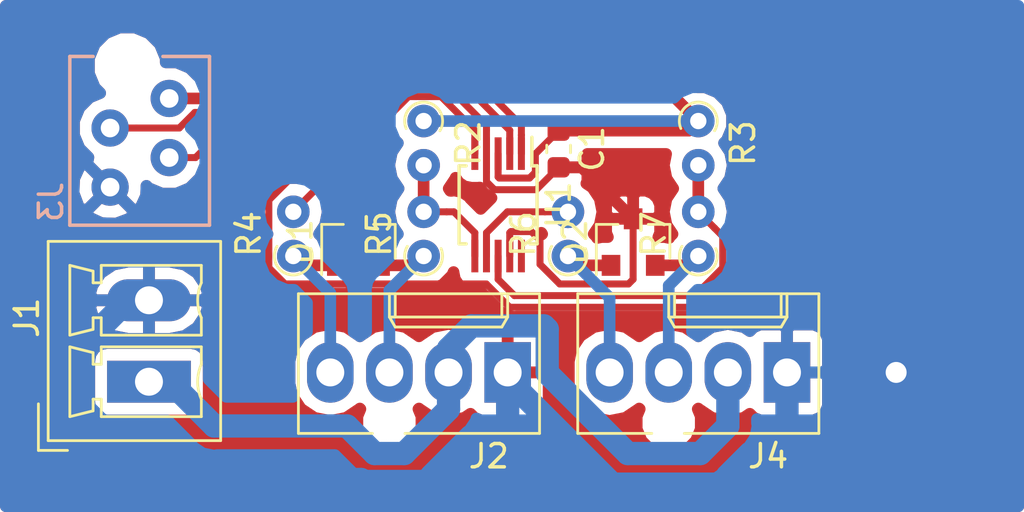
<source format=kicad_pcb>
(kicad_pcb (version 20171130) (host pcbnew 5.0.0+dfsg1-2~bpo9+1)

  (general
    (thickness 1.6)
    (drawings 0)
    (tracks 141)
    (zones 0)
    (modules 15)
    (nets 15)
  )

  (page A4)
  (layers
    (0 F.Cu signal)
    (31 B.Cu signal)
    (32 B.Adhes user)
    (33 F.Adhes user)
    (34 B.Paste user)
    (35 F.Paste user)
    (36 B.SilkS user)
    (37 F.SilkS user)
    (38 B.Mask user)
    (39 F.Mask user)
    (40 Dwgs.User user)
    (41 Cmts.User user)
    (42 Eco1.User user)
    (43 Eco2.User user)
    (44 Edge.Cuts user)
    (45 Margin user)
    (46 B.CrtYd user)
    (47 F.CrtYd user)
    (48 B.Fab user hide)
    (49 F.Fab user hide)
  )

  (setup
    (last_trace_width 0.5)
    (user_trace_width 0.3)
    (user_trace_width 0.5)
    (user_trace_width 0.7)
    (user_trace_width 1)
    (trace_clearance 0.2)
    (zone_clearance 0.5)
    (zone_45_only no)
    (trace_min 0.2)
    (segment_width 0.2)
    (edge_width 0.15)
    (via_size 1.3)
    (via_drill 0.9)
    (via_min_size 0.4)
    (via_min_drill 0.3)
    (uvia_size 0.3)
    (uvia_drill 0.1)
    (uvias_allowed no)
    (uvia_min_size 0.2)
    (uvia_min_drill 0.1)
    (pcb_text_width 0.3)
    (pcb_text_size 1.5 1.5)
    (mod_edge_width 0.15)
    (mod_text_size 1 1)
    (mod_text_width 0.15)
    (pad_size 1.524 1.524)
    (pad_drill 0.762)
    (pad_to_mask_clearance 0.2)
    (aux_axis_origin 0 0)
    (visible_elements FFFFFF7F)
    (pcbplotparams
      (layerselection 0x010fc_ffffffff)
      (usegerberextensions false)
      (usegerberattributes false)
      (usegerberadvancedattributes false)
      (creategerberjobfile false)
      (excludeedgelayer true)
      (linewidth 0.100000)
      (plotframeref false)
      (viasonmask false)
      (mode 1)
      (useauxorigin false)
      (hpglpennumber 1)
      (hpglpenspeed 20)
      (hpglpendiameter 15.000000)
      (psnegative false)
      (psa4output false)
      (plotreference true)
      (plotvalue true)
      (plotinvisibletext false)
      (padsonsilk false)
      (subtractmaskfromsilk false)
      (outputformat 1)
      (mirror false)
      (drillshape 1)
      (scaleselection 1)
      (outputdirectory ""))
  )

  (net 0 "")
  (net 1 +3V3)
  (net 2 GND)
  (net 3 "/Fan Controller/PWM1")
  (net 4 "/Fan Controller/TACH1")
  (net 5 "/Fan Controller/TACH2")
  (net 6 "/Fan Controller/PWM2")
  (net 7 "/Fan Controller/~ALERT")
  (net 8 "/Fan Controller/PWM1_PR")
  (net 9 "/Fan Controller/PWM2_PR")
  (net 10 +12V)
  (net 11 "/Fan Controller/SDA")
  (net 12 "/Fan Controller/SCL")
  (net 13 "/Fan Controller/TACH1_PR")
  (net 14 "/Fan Controller/TACH2_PR")

  (net_class Default "This is the default net class."
    (clearance 0.2)
    (trace_width 0.3)
    (via_dia 1.3)
    (via_drill 0.9)
    (uvia_dia 0.3)
    (uvia_drill 0.1)
    (add_net +12V)
    (add_net +3V3)
    (add_net "/Fan Controller/PWM1")
    (add_net "/Fan Controller/PWM1_PR")
    (add_net "/Fan Controller/PWM2")
    (add_net "/Fan Controller/PWM2_PR")
    (add_net "/Fan Controller/SCL")
    (add_net "/Fan Controller/SDA")
    (add_net "/Fan Controller/TACH1")
    (add_net "/Fan Controller/TACH1_PR")
    (add_net "/Fan Controller/TACH2")
    (add_net "/Fan Controller/TACH2_PR")
    (add_net "/Fan Controller/~ALERT")
    (add_net GND)
  )

  (module Resistor_THT:R_Axial_DIN0204_L3.6mm_D1.6mm_P1.90mm_Vertical (layer F.Cu) (tedit 5AE5139B) (tstamp 5BF080C8)
    (at 136.2 94.2 270)
    (descr "Resistor, Axial_DIN0204 series, Axial, Vertical, pin pitch=1.9mm, 0.167W, length*diameter=3.6*1.6mm^2, http://cdn-reichelt.de/documents/datenblatt/B400/1_4W%23YAG.pdf")
    (tags "Resistor Axial_DIN0204 series Axial Vertical pin pitch 1.9mm 0.167W length 3.6mm diameter 1.6mm")
    (path /5BF0B864/5BEF600F)
    (fp_text reference R2 (at 0.95 -1.92 270) (layer F.SilkS)
      (effects (font (size 1 1) (thickness 0.15)))
    )
    (fp_text value 47k (at 0.95 1.92 270) (layer F.Fab)
      (effects (font (size 1 1) (thickness 0.15)))
    )
    (fp_text user %R (at 0.95 -1.92 270) (layer F.Fab)
      (effects (font (size 1 1) (thickness 0.15)))
    )
    (fp_line (start 2.86 -1.05) (end -1.05 -1.05) (layer F.CrtYd) (width 0.05))
    (fp_line (start 2.86 1.05) (end 2.86 -1.05) (layer F.CrtYd) (width 0.05))
    (fp_line (start -1.05 1.05) (end 2.86 1.05) (layer F.CrtYd) (width 0.05))
    (fp_line (start -1.05 -1.05) (end -1.05 1.05) (layer F.CrtYd) (width 0.05))
    (fp_line (start 0 0) (end 1.9 0) (layer F.Fab) (width 0.1))
    (fp_circle (center 0 0) (end 0.8 0) (layer F.Fab) (width 0.1))
    (fp_arc (start 0 0) (end 0.417133 -0.7) (angle -233.92106) (layer F.SilkS) (width 0.12))
    (pad 2 thru_hole oval (at 1.9 0 270) (size 1.4 1.4) (drill 0.7) (layers *.Cu *.Mask)
      (net 13 "/Fan Controller/TACH1_PR"))
    (pad 1 thru_hole circle (at 0 0 270) (size 1.4 1.4) (drill 0.7) (layers *.Cu *.Mask)
      (net 1 +3V3))
    (model ${KISYS3DMOD}/Resistor_THT.3dshapes/R_Axial_DIN0204_L3.6mm_D1.6mm_P1.90mm_Vertical.wrl
      (at (xyz 0 0 0))
      (scale (xyz 1 1 1))
      (rotate (xyz 0 0 0))
    )
  )

  (module Resistor_THT:R_Axial_DIN0204_L3.6mm_D1.6mm_P1.90mm_Vertical (layer F.Cu) (tedit 5AE5139B) (tstamp 5BF080D9)
    (at 148 94.2 270)
    (descr "Resistor, Axial_DIN0204 series, Axial, Vertical, pin pitch=1.9mm, 0.167W, length*diameter=3.6*1.6mm^2, http://cdn-reichelt.de/documents/datenblatt/B400/1_4W%23YAG.pdf")
    (tags "Resistor Axial_DIN0204 series Axial Vertical pin pitch 1.9mm 0.167W length 3.6mm diameter 1.6mm")
    (path /5BF0B864/5BEF605D)
    (fp_text reference R3 (at 0.95 -1.92 270) (layer F.SilkS)
      (effects (font (size 1 1) (thickness 0.15)))
    )
    (fp_text value 47k (at 0.95 1.92 270) (layer F.Fab)
      (effects (font (size 1 1) (thickness 0.15)))
    )
    (fp_text user %R (at 0.95 -1.92 270) (layer F.Fab)
      (effects (font (size 1 1) (thickness 0.15)))
    )
    (fp_line (start 2.86 -1.05) (end -1.05 -1.05) (layer F.CrtYd) (width 0.05))
    (fp_line (start 2.86 1.05) (end 2.86 -1.05) (layer F.CrtYd) (width 0.05))
    (fp_line (start -1.05 1.05) (end 2.86 1.05) (layer F.CrtYd) (width 0.05))
    (fp_line (start -1.05 -1.05) (end -1.05 1.05) (layer F.CrtYd) (width 0.05))
    (fp_line (start 0 0) (end 1.9 0) (layer F.Fab) (width 0.1))
    (fp_circle (center 0 0) (end 0.8 0) (layer F.Fab) (width 0.1))
    (fp_arc (start 0 0) (end 0.417133 -0.7) (angle -233.92106) (layer F.SilkS) (width 0.12))
    (pad 2 thru_hole oval (at 1.9 0 270) (size 1.4 1.4) (drill 0.7) (layers *.Cu *.Mask)
      (net 14 "/Fan Controller/TACH2_PR"))
    (pad 1 thru_hole circle (at 0 0 270) (size 1.4 1.4) (drill 0.7) (layers *.Cu *.Mask)
      (net 1 +3V3))
    (model ${KISYS3DMOD}/Resistor_THT.3dshapes/R_Axial_DIN0204_L3.6mm_D1.6mm_P1.90mm_Vertical.wrl
      (at (xyz 0 0 0))
      (scale (xyz 1 1 1))
      (rotate (xyz 0 0 0))
    )
  )

  (module Resistor_THT:R_Axial_DIN0204_L3.6mm_D1.6mm_P1.90mm_Vertical (layer F.Cu) (tedit 5AE5139B) (tstamp 5BF080EA)
    (at 130.6 100 90)
    (descr "Resistor, Axial_DIN0204 series, Axial, Vertical, pin pitch=1.9mm, 0.167W, length*diameter=3.6*1.6mm^2, http://cdn-reichelt.de/documents/datenblatt/B400/1_4W%23YAG.pdf")
    (tags "Resistor Axial_DIN0204 series Axial Vertical pin pitch 1.9mm 0.167W length 3.6mm diameter 1.6mm")
    (path /5BF0B864/5BEF7CCD)
    (fp_text reference R4 (at 0.95 -1.92 90) (layer F.SilkS)
      (effects (font (size 1 1) (thickness 0.15)))
    )
    (fp_text value 2k2 (at 0.95 1.92 90) (layer F.Fab)
      (effects (font (size 1 1) (thickness 0.15)))
    )
    (fp_text user %R (at 0.95 -1.92 90) (layer F.Fab)
      (effects (font (size 1 1) (thickness 0.15)))
    )
    (fp_line (start 2.86 -1.05) (end -1.05 -1.05) (layer F.CrtYd) (width 0.05))
    (fp_line (start 2.86 1.05) (end 2.86 -1.05) (layer F.CrtYd) (width 0.05))
    (fp_line (start -1.05 1.05) (end 2.86 1.05) (layer F.CrtYd) (width 0.05))
    (fp_line (start -1.05 -1.05) (end -1.05 1.05) (layer F.CrtYd) (width 0.05))
    (fp_line (start 0 0) (end 1.9 0) (layer F.Fab) (width 0.1))
    (fp_circle (center 0 0) (end 0.8 0) (layer F.Fab) (width 0.1))
    (fp_arc (start 0 0) (end 0.417133 -0.7) (angle -233.92106) (layer F.SilkS) (width 0.12))
    (pad 2 thru_hole oval (at 1.9 0 90) (size 1.4 1.4) (drill 0.7) (layers *.Cu *.Mask)
      (net 8 "/Fan Controller/PWM1_PR"))
    (pad 1 thru_hole circle (at 0 0 90) (size 1.4 1.4) (drill 0.7) (layers *.Cu *.Mask)
      (net 3 "/Fan Controller/PWM1"))
    (model ${KISYS3DMOD}/Resistor_THT.3dshapes/R_Axial_DIN0204_L3.6mm_D1.6mm_P1.90mm_Vertical.wrl
      (at (xyz 0 0 0))
      (scale (xyz 1 1 1))
      (rotate (xyz 0 0 0))
    )
  )

  (module Resistor_THT:R_Axial_DIN0204_L3.6mm_D1.6mm_P1.90mm_Vertical (layer F.Cu) (tedit 5AE5139B) (tstamp 5BF080FB)
    (at 136.2 100 90)
    (descr "Resistor, Axial_DIN0204 series, Axial, Vertical, pin pitch=1.9mm, 0.167W, length*diameter=3.6*1.6mm^2, http://cdn-reichelt.de/documents/datenblatt/B400/1_4W%23YAG.pdf")
    (tags "Resistor Axial_DIN0204 series Axial Vertical pin pitch 1.9mm 0.167W length 3.6mm diameter 1.6mm")
    (path /5BF0B864/5BF0B43A)
    (fp_text reference R5 (at 0.95 -1.92 90) (layer F.SilkS)
      (effects (font (size 1 1) (thickness 0.15)))
    )
    (fp_text value 2k2 (at 0.95 1.92 90) (layer F.Fab)
      (effects (font (size 1 1) (thickness 0.15)))
    )
    (fp_text user %R (at 0.95 -1.92 90) (layer F.Fab)
      (effects (font (size 1 1) (thickness 0.15)))
    )
    (fp_line (start 2.86 -1.05) (end -1.05 -1.05) (layer F.CrtYd) (width 0.05))
    (fp_line (start 2.86 1.05) (end 2.86 -1.05) (layer F.CrtYd) (width 0.05))
    (fp_line (start -1.05 1.05) (end 2.86 1.05) (layer F.CrtYd) (width 0.05))
    (fp_line (start -1.05 -1.05) (end -1.05 1.05) (layer F.CrtYd) (width 0.05))
    (fp_line (start 0 0) (end 1.9 0) (layer F.Fab) (width 0.1))
    (fp_circle (center 0 0) (end 0.8 0) (layer F.Fab) (width 0.1))
    (fp_arc (start 0 0) (end 0.417133 -0.7) (angle -233.92106) (layer F.SilkS) (width 0.12))
    (pad 2 thru_hole oval (at 1.9 0 90) (size 1.4 1.4) (drill 0.7) (layers *.Cu *.Mask)
      (net 13 "/Fan Controller/TACH1_PR"))
    (pad 1 thru_hole circle (at 0 0 90) (size 1.4 1.4) (drill 0.7) (layers *.Cu *.Mask)
      (net 4 "/Fan Controller/TACH1"))
    (model ${KISYS3DMOD}/Resistor_THT.3dshapes/R_Axial_DIN0204_L3.6mm_D1.6mm_P1.90mm_Vertical.wrl
      (at (xyz 0 0 0))
      (scale (xyz 1 1 1))
      (rotate (xyz 0 0 0))
    )
  )

  (module Resistor_THT:R_Axial_DIN0204_L3.6mm_D1.6mm_P1.90mm_Vertical (layer F.Cu) (tedit 5AE5139B) (tstamp 5BF0810C)
    (at 142.4 100 90)
    (descr "Resistor, Axial_DIN0204 series, Axial, Vertical, pin pitch=1.9mm, 0.167W, length*diameter=3.6*1.6mm^2, http://cdn-reichelt.de/documents/datenblatt/B400/1_4W%23YAG.pdf")
    (tags "Resistor Axial_DIN0204 series Axial Vertical pin pitch 1.9mm 0.167W length 3.6mm diameter 1.6mm")
    (path /5BF0B864/5BF0B460)
    (fp_text reference R6 (at 0.95 -1.92 90) (layer F.SilkS)
      (effects (font (size 1 1) (thickness 0.15)))
    )
    (fp_text value 2k2 (at 0.95 1.92 90) (layer F.Fab)
      (effects (font (size 1 1) (thickness 0.15)))
    )
    (fp_text user %R (at 0.95 -1.92 90) (layer F.Fab)
      (effects (font (size 1 1) (thickness 0.15)))
    )
    (fp_line (start 2.86 -1.05) (end -1.05 -1.05) (layer F.CrtYd) (width 0.05))
    (fp_line (start 2.86 1.05) (end 2.86 -1.05) (layer F.CrtYd) (width 0.05))
    (fp_line (start -1.05 1.05) (end 2.86 1.05) (layer F.CrtYd) (width 0.05))
    (fp_line (start -1.05 -1.05) (end -1.05 1.05) (layer F.CrtYd) (width 0.05))
    (fp_line (start 0 0) (end 1.9 0) (layer F.Fab) (width 0.1))
    (fp_circle (center 0 0) (end 0.8 0) (layer F.Fab) (width 0.1))
    (fp_arc (start 0 0) (end 0.417133 -0.7) (angle -233.92106) (layer F.SilkS) (width 0.12))
    (pad 2 thru_hole oval (at 1.9 0 90) (size 1.4 1.4) (drill 0.7) (layers *.Cu *.Mask)
      (net 9 "/Fan Controller/PWM2_PR"))
    (pad 1 thru_hole circle (at 0 0 90) (size 1.4 1.4) (drill 0.7) (layers *.Cu *.Mask)
      (net 6 "/Fan Controller/PWM2"))
    (model ${KISYS3DMOD}/Resistor_THT.3dshapes/R_Axial_DIN0204_L3.6mm_D1.6mm_P1.90mm_Vertical.wrl
      (at (xyz 0 0 0))
      (scale (xyz 1 1 1))
      (rotate (xyz 0 0 0))
    )
  )

  (module Resistor_THT:R_Axial_DIN0204_L3.6mm_D1.6mm_P1.90mm_Vertical (layer F.Cu) (tedit 5AE5139B) (tstamp 5BF0811D)
    (at 148 100 90)
    (descr "Resistor, Axial_DIN0204 series, Axial, Vertical, pin pitch=1.9mm, 0.167W, length*diameter=3.6*1.6mm^2, http://cdn-reichelt.de/documents/datenblatt/B400/1_4W%23YAG.pdf")
    (tags "Resistor Axial_DIN0204 series Axial Vertical pin pitch 1.9mm 0.167W length 3.6mm diameter 1.6mm")
    (path /5BF0B864/5BF0B49E)
    (fp_text reference R7 (at 0.95 -1.92 90) (layer F.SilkS)
      (effects (font (size 1 1) (thickness 0.15)))
    )
    (fp_text value 2k2 (at 0.95 1.92 90) (layer F.Fab)
      (effects (font (size 1 1) (thickness 0.15)))
    )
    (fp_text user %R (at 0.95 -1.92 90) (layer F.Fab)
      (effects (font (size 1 1) (thickness 0.15)))
    )
    (fp_line (start 2.86 -1.05) (end -1.05 -1.05) (layer F.CrtYd) (width 0.05))
    (fp_line (start 2.86 1.05) (end 2.86 -1.05) (layer F.CrtYd) (width 0.05))
    (fp_line (start -1.05 1.05) (end 2.86 1.05) (layer F.CrtYd) (width 0.05))
    (fp_line (start -1.05 -1.05) (end -1.05 1.05) (layer F.CrtYd) (width 0.05))
    (fp_line (start 0 0) (end 1.9 0) (layer F.Fab) (width 0.1))
    (fp_circle (center 0 0) (end 0.8 0) (layer F.Fab) (width 0.1))
    (fp_arc (start 0 0) (end 0.417133 -0.7) (angle -233.92106) (layer F.SilkS) (width 0.12))
    (pad 2 thru_hole oval (at 1.9 0 90) (size 1.4 1.4) (drill 0.7) (layers *.Cu *.Mask)
      (net 14 "/Fan Controller/TACH2_PR"))
    (pad 1 thru_hole circle (at 0 0 90) (size 1.4 1.4) (drill 0.7) (layers *.Cu *.Mask)
      (net 5 "/Fan Controller/TACH2"))
    (model ${KISYS3DMOD}/Resistor_THT.3dshapes/R_Axial_DIN0204_L3.6mm_D1.6mm_P1.90mm_Vertical.wrl
      (at (xyz 0 0 0))
      (scale (xyz 1 1 1))
      (rotate (xyz 0 0 0))
    )
  )

  (module Capacitor_SMD:C_0603_1608Metric (layer F.Cu) (tedit 5B301BBE) (tstamp 5BF08049)
    (at 142 95.4 270)
    (descr "Capacitor SMD 0603 (1608 Metric), square (rectangular) end terminal, IPC_7351 nominal, (Body size source: http://www.tortai-tech.com/upload/download/2011102023233369053.pdf), generated with kicad-footprint-generator")
    (tags capacitor)
    (path /5BF0B864/5BA5AE71)
    (attr smd)
    (fp_text reference C1 (at 0 -1.43 270) (layer F.SilkS)
      (effects (font (size 1 1) (thickness 0.15)))
    )
    (fp_text value 100nF (at 0 1.43 270) (layer F.Fab)
      (effects (font (size 1 1) (thickness 0.15)))
    )
    (fp_line (start -0.8 0.4) (end -0.8 -0.4) (layer F.Fab) (width 0.1))
    (fp_line (start -0.8 -0.4) (end 0.8 -0.4) (layer F.Fab) (width 0.1))
    (fp_line (start 0.8 -0.4) (end 0.8 0.4) (layer F.Fab) (width 0.1))
    (fp_line (start 0.8 0.4) (end -0.8 0.4) (layer F.Fab) (width 0.1))
    (fp_line (start -0.162779 -0.51) (end 0.162779 -0.51) (layer F.SilkS) (width 0.12))
    (fp_line (start -0.162779 0.51) (end 0.162779 0.51) (layer F.SilkS) (width 0.12))
    (fp_line (start -1.48 0.73) (end -1.48 -0.73) (layer F.CrtYd) (width 0.05))
    (fp_line (start -1.48 -0.73) (end 1.48 -0.73) (layer F.CrtYd) (width 0.05))
    (fp_line (start 1.48 -0.73) (end 1.48 0.73) (layer F.CrtYd) (width 0.05))
    (fp_line (start 1.48 0.73) (end -1.48 0.73) (layer F.CrtYd) (width 0.05))
    (fp_text user %R (at 0 0 270) (layer F.Fab)
      (effects (font (size 0.4 0.4) (thickness 0.06)))
    )
    (pad 1 smd roundrect (at -0.7875 0 270) (size 0.875 0.95) (layers F.Cu F.Paste F.Mask) (roundrect_rratio 0.25)
      (net 1 +3V3))
    (pad 2 smd roundrect (at 0.7875 0 270) (size 0.875 0.95) (layers F.Cu F.Paste F.Mask) (roundrect_rratio 0.25)
      (net 2 GND))
    (model ${KISYS3DMOD}/Capacitor_SMD.3dshapes/C_0603_1608Metric.wrl
      (at (xyz 0 0 0))
      (scale (xyz 1 1 1))
      (rotate (xyz 0 0 0))
    )
  )

  (module Package_TO_SOT_SMD:SOT-23 (layer F.Cu) (tedit 5A02FF57) (tstamp 5BF0805E)
    (at 133.4 99.4 90)
    (descr "SOT-23, Standard")
    (tags SOT-23)
    (path /5BF0B864/5BEFC8EC)
    (attr smd)
    (fp_text reference D1 (at 0 -2.5 90) (layer F.SilkS)
      (effects (font (size 1 1) (thickness 0.15)))
    )
    (fp_text value CPDT-5V0-HF (at 0 2.5 90) (layer F.Fab)
      (effects (font (size 1 1) (thickness 0.15)))
    )
    (fp_text user %R (at 0 0 180) (layer F.Fab)
      (effects (font (size 0.5 0.5) (thickness 0.075)))
    )
    (fp_line (start -0.7 -0.95) (end -0.7 1.5) (layer F.Fab) (width 0.1))
    (fp_line (start -0.15 -1.52) (end 0.7 -1.52) (layer F.Fab) (width 0.1))
    (fp_line (start -0.7 -0.95) (end -0.15 -1.52) (layer F.Fab) (width 0.1))
    (fp_line (start 0.7 -1.52) (end 0.7 1.52) (layer F.Fab) (width 0.1))
    (fp_line (start -0.7 1.52) (end 0.7 1.52) (layer F.Fab) (width 0.1))
    (fp_line (start 0.76 1.58) (end 0.76 0.65) (layer F.SilkS) (width 0.12))
    (fp_line (start 0.76 -1.58) (end 0.76 -0.65) (layer F.SilkS) (width 0.12))
    (fp_line (start -1.7 -1.75) (end 1.7 -1.75) (layer F.CrtYd) (width 0.05))
    (fp_line (start 1.7 -1.75) (end 1.7 1.75) (layer F.CrtYd) (width 0.05))
    (fp_line (start 1.7 1.75) (end -1.7 1.75) (layer F.CrtYd) (width 0.05))
    (fp_line (start -1.7 1.75) (end -1.7 -1.75) (layer F.CrtYd) (width 0.05))
    (fp_line (start 0.76 -1.58) (end -1.4 -1.58) (layer F.SilkS) (width 0.12))
    (fp_line (start 0.76 1.58) (end -0.7 1.58) (layer F.SilkS) (width 0.12))
    (pad 1 smd rect (at -1 -0.95 90) (size 0.9 0.8) (layers F.Cu F.Paste F.Mask)
      (net 3 "/Fan Controller/PWM1"))
    (pad 2 smd rect (at -1 0.95 90) (size 0.9 0.8) (layers F.Cu F.Paste F.Mask)
      (net 4 "/Fan Controller/TACH1"))
    (pad 3 smd rect (at 1 0 90) (size 0.9 0.8) (layers F.Cu F.Paste F.Mask)
      (net 2 GND))
    (model ${KISYS3DMOD}/Package_TO_SOT_SMD.3dshapes/SOT-23.wrl
      (at (xyz 0 0 0))
      (scale (xyz 1 1 1))
      (rotate (xyz 0 0 0))
    )
  )

  (module Package_TO_SOT_SMD:SOT-23 (layer F.Cu) (tedit 5A02FF57) (tstamp 5BF08073)
    (at 145.2 99.4 90)
    (descr "SOT-23, Standard")
    (tags SOT-23)
    (path /5BF0B864/5BEFCA36)
    (attr smd)
    (fp_text reference D2 (at 0 -2.5 90) (layer F.SilkS)
      (effects (font (size 1 1) (thickness 0.15)))
    )
    (fp_text value CPDT-5V0-HF (at 0 2.5 90) (layer F.Fab)
      (effects (font (size 1 1) (thickness 0.15)))
    )
    (fp_line (start 0.76 1.58) (end -0.7 1.58) (layer F.SilkS) (width 0.12))
    (fp_line (start 0.76 -1.58) (end -1.4 -1.58) (layer F.SilkS) (width 0.12))
    (fp_line (start -1.7 1.75) (end -1.7 -1.75) (layer F.CrtYd) (width 0.05))
    (fp_line (start 1.7 1.75) (end -1.7 1.75) (layer F.CrtYd) (width 0.05))
    (fp_line (start 1.7 -1.75) (end 1.7 1.75) (layer F.CrtYd) (width 0.05))
    (fp_line (start -1.7 -1.75) (end 1.7 -1.75) (layer F.CrtYd) (width 0.05))
    (fp_line (start 0.76 -1.58) (end 0.76 -0.65) (layer F.SilkS) (width 0.12))
    (fp_line (start 0.76 1.58) (end 0.76 0.65) (layer F.SilkS) (width 0.12))
    (fp_line (start -0.7 1.52) (end 0.7 1.52) (layer F.Fab) (width 0.1))
    (fp_line (start 0.7 -1.52) (end 0.7 1.52) (layer F.Fab) (width 0.1))
    (fp_line (start -0.7 -0.95) (end -0.15 -1.52) (layer F.Fab) (width 0.1))
    (fp_line (start -0.15 -1.52) (end 0.7 -1.52) (layer F.Fab) (width 0.1))
    (fp_line (start -0.7 -0.95) (end -0.7 1.5) (layer F.Fab) (width 0.1))
    (fp_text user %R (at 0 0 180) (layer F.Fab)
      (effects (font (size 0.5 0.5) (thickness 0.075)))
    )
    (pad 3 smd rect (at 1 0 90) (size 0.9 0.8) (layers F.Cu F.Paste F.Mask)
      (net 2 GND))
    (pad 2 smd rect (at -1 0.95 90) (size 0.9 0.8) (layers F.Cu F.Paste F.Mask)
      (net 5 "/Fan Controller/TACH2"))
    (pad 1 smd rect (at -1 -0.95 90) (size 0.9 0.8) (layers F.Cu F.Paste F.Mask)
      (net 6 "/Fan Controller/PWM2"))
    (model ${KISYS3DMOD}/Package_TO_SOT_SMD.3dshapes/SOT-23.wrl
      (at (xyz 0 0 0))
      (scale (xyz 1 1 1))
      (rotate (xyz 0 0 0))
    )
  )

  (module Connector_Phoenix_MC:PhoenixContact_MCV_1,5_2-G-3.5_1x02_P3.50mm_Vertical (layer F.Cu) (tedit 5A00FA19) (tstamp 5BF080A6)
    (at 124.4 105.4 90)
    (descr "Generic Phoenix Contact connector footprint for: MCV_1,5/2-G-3.5; number of pins: 02; pin pitch: 3.50mm; Vertical || order number: 1843606 8A 160V")
    (tags "phoenix_contact connector MCV_01x02_G_3.5mm")
    (path /5BF0F1CF)
    (fp_text reference J1 (at 2.75 -5.25 90) (layer F.SilkS)
      (effects (font (size 1 1) (thickness 0.15)))
    )
    (fp_text value Conn_01x02 (at 1.75 4 90) (layer F.Fab)
      (effects (font (size 1 1) (thickness 0.15)))
    )
    (fp_arc (start 0 3.95) (end -0.75 2.25) (angle 47.6) (layer F.SilkS) (width 0.12))
    (fp_arc (start 3.5 3.95) (end 2.75 2.25) (angle 47.6) (layer F.SilkS) (width 0.12))
    (fp_line (start -2.53 -4.33) (end -2.53 3.08) (layer F.SilkS) (width 0.12))
    (fp_line (start -2.53 3.08) (end 6.03 3.08) (layer F.SilkS) (width 0.12))
    (fp_line (start 6.03 3.08) (end 6.03 -4.33) (layer F.SilkS) (width 0.12))
    (fp_line (start 6.03 -4.33) (end -2.53 -4.33) (layer F.SilkS) (width 0.12))
    (fp_line (start -2.45 -4.25) (end -2.45 3) (layer F.Fab) (width 0.1))
    (fp_line (start -2.45 3) (end 5.95 3) (layer F.Fab) (width 0.1))
    (fp_line (start 5.95 3) (end 5.95 -4.25) (layer F.Fab) (width 0.1))
    (fp_line (start 5.95 -4.25) (end -2.45 -4.25) (layer F.Fab) (width 0.1))
    (fp_line (start -0.75 2.25) (end -1.5 2.25) (layer F.SilkS) (width 0.12))
    (fp_line (start -1.5 2.25) (end -1.5 -2.05) (layer F.SilkS) (width 0.12))
    (fp_line (start -1.5 -2.05) (end -0.75 -2.05) (layer F.SilkS) (width 0.12))
    (fp_line (start -0.75 -2.05) (end -0.75 -2.4) (layer F.SilkS) (width 0.12))
    (fp_line (start -0.75 -2.4) (end -1.25 -2.4) (layer F.SilkS) (width 0.12))
    (fp_line (start -1.25 -2.4) (end -1.5 -3.4) (layer F.SilkS) (width 0.12))
    (fp_line (start -1.5 -3.4) (end 1.5 -3.4) (layer F.SilkS) (width 0.12))
    (fp_line (start 1.5 -3.4) (end 1.25 -2.4) (layer F.SilkS) (width 0.12))
    (fp_line (start 1.25 -2.4) (end 0.75 -2.4) (layer F.SilkS) (width 0.12))
    (fp_line (start 0.75 -2.4) (end 0.75 -2.05) (layer F.SilkS) (width 0.12))
    (fp_line (start 0.75 -2.05) (end 1.5 -2.05) (layer F.SilkS) (width 0.12))
    (fp_line (start 1.5 -2.05) (end 1.5 2.25) (layer F.SilkS) (width 0.12))
    (fp_line (start 1.5 2.25) (end 0.75 2.25) (layer F.SilkS) (width 0.12))
    (fp_line (start 2.75 2.25) (end 2 2.25) (layer F.SilkS) (width 0.12))
    (fp_line (start 2 2.25) (end 2 -2.05) (layer F.SilkS) (width 0.12))
    (fp_line (start 2 -2.05) (end 2.75 -2.05) (layer F.SilkS) (width 0.12))
    (fp_line (start 2.75 -2.05) (end 2.75 -2.4) (layer F.SilkS) (width 0.12))
    (fp_line (start 2.75 -2.4) (end 2.25 -2.4) (layer F.SilkS) (width 0.12))
    (fp_line (start 2.25 -2.4) (end 2 -3.4) (layer F.SilkS) (width 0.12))
    (fp_line (start 2 -3.4) (end 5 -3.4) (layer F.SilkS) (width 0.12))
    (fp_line (start 5 -3.4) (end 4.75 -2.4) (layer F.SilkS) (width 0.12))
    (fp_line (start 4.75 -2.4) (end 4.25 -2.4) (layer F.SilkS) (width 0.12))
    (fp_line (start 4.25 -2.4) (end 4.25 -2.05) (layer F.SilkS) (width 0.12))
    (fp_line (start 4.25 -2.05) (end 5 -2.05) (layer F.SilkS) (width 0.12))
    (fp_line (start 5 -2.05) (end 5 2.25) (layer F.SilkS) (width 0.12))
    (fp_line (start 5 2.25) (end 4.25 2.25) (layer F.SilkS) (width 0.12))
    (fp_line (start -2.95 -4.75) (end -2.95 3.5) (layer F.CrtYd) (width 0.05))
    (fp_line (start -2.95 3.5) (end 6.45 3.5) (layer F.CrtYd) (width 0.05))
    (fp_line (start 6.45 3.5) (end 6.45 -4.75) (layer F.CrtYd) (width 0.05))
    (fp_line (start 6.45 -4.75) (end -2.95 -4.75) (layer F.CrtYd) (width 0.05))
    (fp_line (start -2.95 -3.5) (end -2.95 -4.75) (layer F.SilkS) (width 0.12))
    (fp_line (start -2.95 -4.75) (end -0.95 -4.75) (layer F.SilkS) (width 0.12))
    (fp_line (start -2.95 -3.5) (end -2.95 -4.75) (layer F.Fab) (width 0.1))
    (fp_line (start -2.95 -4.75) (end -0.95 -4.75) (layer F.Fab) (width 0.1))
    (fp_text user %R (at 2.75 -3 90) (layer F.Fab)
      (effects (font (size 1 1) (thickness 0.15)))
    )
    (pad 1 thru_hole rect (at 0 0 90) (size 1.8 3.6) (drill 1.2) (layers *.Cu *.Mask)
      (net 10 +12V))
    (pad 2 thru_hole oval (at 3.5 0 90) (size 1.8 3.6) (drill 1.2) (layers *.Cu *.Mask)
      (net 2 GND))
    (model ${KISYS3DMOD}/Connector_Phoenix_MC.3dshapes/PhoenixContact_MCV_1,5_2-G-3.5_1x02_P3.50mm_Vertical.wrl
      (at (xyz 0 0 0))
      (scale (xyz 1 1 1))
      (rotate (xyz 0 0 0))
    )
  )

  (module Package_SO:MSOP-10_3x3mm_P0.5mm (layer F.Cu) (tedit 5A02F25C) (tstamp 5BF0E523)
    (at 139.4 97.8 270)
    (descr "10-Lead Plastic Micro Small Outline Package (MS) [MSOP] (see Microchip Packaging Specification 00000049BS.pdf)")
    (tags "SSOP 0.5")
    (path /5BF0B864/5BA5AD00)
    (attr smd)
    (fp_text reference U1 (at 0 -2.6 270) (layer F.SilkS)
      (effects (font (size 1 1) (thickness 0.15)))
    )
    (fp_text value EMC2302-1-AIZL-TR (at 0 2.6 270) (layer F.Fab)
      (effects (font (size 1 1) (thickness 0.15)))
    )
    (fp_line (start -0.5 -1.5) (end 1.5 -1.5) (layer F.Fab) (width 0.15))
    (fp_line (start 1.5 -1.5) (end 1.5 1.5) (layer F.Fab) (width 0.15))
    (fp_line (start 1.5 1.5) (end -1.5 1.5) (layer F.Fab) (width 0.15))
    (fp_line (start -1.5 1.5) (end -1.5 -0.5) (layer F.Fab) (width 0.15))
    (fp_line (start -1.5 -0.5) (end -0.5 -1.5) (layer F.Fab) (width 0.15))
    (fp_line (start -3.15 -1.85) (end -3.15 1.85) (layer F.CrtYd) (width 0.05))
    (fp_line (start 3.15 -1.85) (end 3.15 1.85) (layer F.CrtYd) (width 0.05))
    (fp_line (start -3.15 -1.85) (end 3.15 -1.85) (layer F.CrtYd) (width 0.05))
    (fp_line (start -3.15 1.85) (end 3.15 1.85) (layer F.CrtYd) (width 0.05))
    (fp_line (start -1.675 -1.675) (end -1.675 -1.45) (layer F.SilkS) (width 0.15))
    (fp_line (start 1.675 -1.675) (end 1.675 -1.375) (layer F.SilkS) (width 0.15))
    (fp_line (start 1.675 1.675) (end 1.675 1.375) (layer F.SilkS) (width 0.15))
    (fp_line (start -1.675 1.675) (end -1.675 1.375) (layer F.SilkS) (width 0.15))
    (fp_line (start -1.675 -1.675) (end 1.675 -1.675) (layer F.SilkS) (width 0.15))
    (fp_line (start -1.675 1.675) (end 1.675 1.675) (layer F.SilkS) (width 0.15))
    (fp_line (start -1.675 -1.45) (end -2.9 -1.45) (layer F.SilkS) (width 0.15))
    (fp_text user %R (at 0 0 270) (layer F.Fab)
      (effects (font (size 0.6 0.6) (thickness 0.15)))
    )
    (pad 1 smd rect (at -2.2 -1 270) (size 1.4 0.3) (layers F.Cu F.Paste F.Mask)
      (net 11 "/Fan Controller/SDA"))
    (pad 2 smd rect (at -2.2 -0.5 270) (size 1.4 0.3) (layers F.Cu F.Paste F.Mask)
      (net 12 "/Fan Controller/SCL"))
    (pad 3 smd rect (at -2.2 0 270) (size 1.4 0.3) (layers F.Cu F.Paste F.Mask)
      (net 1 +3V3))
    (pad 4 smd rect (at -2.2 0.5 270) (size 1.4 0.3) (layers F.Cu F.Paste F.Mask)
      (net 2 GND))
    (pad 5 smd rect (at -2.2 1 270) (size 1.4 0.3) (layers F.Cu F.Paste F.Mask)
      (net 8 "/Fan Controller/PWM1_PR"))
    (pad 6 smd rect (at 2.2 1 270) (size 1.4 0.3) (layers F.Cu F.Paste F.Mask)
      (net 13 "/Fan Controller/TACH1_PR"))
    (pad 7 smd rect (at 2.2 0.5 270) (size 1.4 0.3) (layers F.Cu F.Paste F.Mask)
      (net 9 "/Fan Controller/PWM2_PR"))
    (pad 8 smd rect (at 2.2 0 270) (size 1.4 0.3) (layers F.Cu F.Paste F.Mask)
      (net 14 "/Fan Controller/TACH2_PR"))
    (pad 9 smd rect (at 2.2 -0.5 270) (size 1.4 0.3) (layers F.Cu F.Paste F.Mask)
      (net 2 GND))
    (pad 10 smd rect (at 2.2 -1 270) (size 1.4 0.3) (layers F.Cu F.Paste F.Mask)
      (net 7 "/Fan Controller/~ALERT"))
    (model ${KISYS3DMOD}/Package_SO.3dshapes/MSOP-10_3x3mm_P0.5mm.wrl
      (at (xyz 0 0 0))
      (scale (xyz 1 1 1))
      (rotate (xyz 0 0 0))
    )
  )

  (module FORT:Molex_KK-47053-04_04x2.54mm_Straight (layer F.Cu) (tedit 5BB379B3) (tstamp 5BF0E3A1)
    (at 136 105 180)
    (descr "Connector Headers with Friction Lock, 22-27-2041, http://www.molex.com/pdm_docs/sd/022272021_sd.pdf")
    (tags "connector molex kk_6410 22-27-2041")
    (path /5BF0F706)
    (fp_text reference J2 (at -3 -3.6 180) (layer F.SilkS)
      (effects (font (size 1 1) (thickness 0.15)))
    )
    (fp_text value Conn_01x04 (at 3.81 4.51 180) (layer F.Fab)
      (effects (font (size 1 1) (thickness 0.15)))
    )
    (fp_line (start -5.28 -2.72) (end -5.28 3.48) (layer F.Fab) (width 0.12))
    (fp_line (start -5.28 3.48) (end 5.28 3.48) (layer F.Fab) (width 0.12))
    (fp_line (start 5.28 3.48) (end 5.28 -2.72) (layer F.Fab) (width 0.12))
    (fp_line (start 5.28 -2.72) (end -5.28 -2.72) (layer F.Fab) (width 0.12))
    (fp_line (start -5.18 -2.62) (end -5.18 3.38) (layer F.SilkS) (width 0.12))
    (fp_line (start -5.18 3.38) (end 5.18 3.38) (layer F.SilkS) (width 0.12))
    (fp_line (start 5.18 3.38) (end 5.18 -2.62) (layer F.SilkS) (width 0.12))
    (fp_line (start 2 -2.62) (end 5.18 -2.62) (layer F.SilkS) (width 0.12))
    (fp_line (start -3.81 3.38) (end -3.81 2.38) (layer F.SilkS) (width 0.12))
    (fp_line (start -3.81 2.38) (end 1.27 2.38) (layer F.SilkS) (width 0.12))
    (fp_line (start 1.27 2.38) (end 1.27 3.38) (layer F.SilkS) (width 0.12))
    (fp_line (start -3.81 2.38) (end -3.56 1.95) (layer F.SilkS) (width 0.12))
    (fp_line (start -3.56 1.95) (end 1.02 1.95) (layer F.SilkS) (width 0.12))
    (fp_line (start 1.02 1.95) (end 1.27 2.38) (layer F.SilkS) (width 0.12))
    (fp_line (start -3.56 3.38) (end -3.56 2.38) (layer F.SilkS) (width 0.12))
    (fp_line (start 1.02 3.38) (end 1.02 2.38) (layer F.SilkS) (width 0.12))
    (fp_line (start -5.71 3.9) (end -5.71 -3.15) (layer F.CrtYd) (width 0.05))
    (fp_line (start -5.71 -3.15) (end 5.69 -3.15) (layer F.CrtYd) (width 0.05))
    (fp_line (start 5.69 -3.15) (end 5.69 3.9) (layer F.CrtYd) (width 0.05))
    (fp_line (start 5.69 3.9) (end -5.71 3.9) (layer F.CrtYd) (width 0.05))
    (fp_text user %R (at 0 0.4 180) (layer F.Fab)
      (effects (font (size 1 1) (thickness 0.15)))
    )
    (fp_line (start 0.6 -2.62) (end -5.18 -2.62) (layer F.SilkS) (width 0.12))
    (pad 1 thru_hole rect (at -3.81 0 180) (size 2 2.6) (drill 1.2) (layers *.Cu *.Mask)
      (net 2 GND))
    (pad 2 thru_hole oval (at -1.27 0 180) (size 2 2.6) (drill 1.2) (layers *.Cu *.Mask)
      (net 10 +12V))
    (pad 3 thru_hole oval (at 1.27 0 180) (size 2 2.6) (drill 1.2) (layers *.Cu *.Mask)
      (net 4 "/Fan Controller/TACH1"))
    (pad 4 thru_hole oval (at 3.81 0 180) (size 2 2.6) (drill 1.2) (layers *.Cu *.Mask)
      (net 3 "/Fan Controller/PWM1"))
    (pad "" np_thru_hole circle (at 1.27 -2.16 180) (size 1.25 1.25) (drill 1.25) (layers *.Cu *.Mask))
    (model ${KIPRJMOD}/../../lib/fort.3dshapes/47053-1000.step
      (at (xyz 0 0 0))
      (scale (xyz 1 1 1))
      (rotate (xyz 0 0 0))
    )
  )

  (module FORT:Micro-Match_4_TH (layer B.Cu) (tedit 5BB378AD) (tstamp 5BF0E3AF)
    (at 124 94.5 90)
    (path /5BF0EEAA)
    (fp_text reference J3 (at -3.175 -3.81 90) (layer B.SilkS)
      (effects (font (size 1 1) (thickness 0.15)) (justify mirror))
    )
    (fp_text value Conn_01x04 (at 0 3.81 90) (layer B.Fab)
      (effects (font (size 1 1) (thickness 0.15)) (justify mirror))
    )
    (fp_line (start -4.175 -3) (end -4.175 3) (layer B.SilkS) (width 0.15))
    (fp_line (start 3.075 -3) (end -4.175 -3) (layer B.SilkS) (width 0.15))
    (fp_line (start 3.075 -2) (end 3.075 -3) (layer B.SilkS) (width 0.15))
    (fp_line (start 3.075 3) (end 3.075 1) (layer B.SilkS) (width 0.15))
    (fp_line (start -4.175 3) (end 3.075 3) (layer B.SilkS) (width 0.15))
    (pad 1 thru_hole circle (at 1.27 1.27 90) (size 1.6 1.6) (drill 0.8) (layers *.Cu *.Mask)
      (net 1 +3V3))
    (pad 2 thru_hole circle (at 0 -1.27 90) (size 1.6 1.6) (drill 0.8) (layers *.Cu *.Mask)
      (net 11 "/Fan Controller/SDA"))
    (pad 3 thru_hole circle (at -1.27 1.27 90) (size 1.6 1.6) (drill 0.8) (layers *.Cu *.Mask)
      (net 12 "/Fan Controller/SCL"))
    (pad 4 thru_hole circle (at -2.54 -1.27 90) (size 1.6 1.6) (drill 0.8) (layers *.Cu *.Mask)
      (net 2 GND))
    (pad "" np_thru_hole circle (at 2.67 -0.53 90) (size 1.8 1.8) (drill 1.8) (layers *.Cu *.Mask))
    (model ${KIPRJMOD}/../../lib/fort.3dshapes/215079-4.step
      (at (xyz 0 0 0))
      (scale (xyz 1 1 1))
      (rotate (xyz 0 0 0))
    )
  )

  (module FORT:Molex_KK-47053-04_04x2.54mm_Straight (layer F.Cu) (tedit 5BB379B3) (tstamp 5BF0E3CE)
    (at 148 105 180)
    (descr "Connector Headers with Friction Lock, 22-27-2041, http://www.molex.com/pdm_docs/sd/022272021_sd.pdf")
    (tags "connector molex kk_6410 22-27-2041")
    (path /5BF0F7BE)
    (fp_text reference J4 (at -3 -3.6 180) (layer F.SilkS)
      (effects (font (size 1 1) (thickness 0.15)))
    )
    (fp_text value Conn_01x04 (at 3.81 4.51 180) (layer F.Fab)
      (effects (font (size 1 1) (thickness 0.15)))
    )
    (fp_line (start 0.6 -2.62) (end -5.18 -2.62) (layer F.SilkS) (width 0.12))
    (fp_text user %R (at 0 0.4 180) (layer F.Fab)
      (effects (font (size 1 1) (thickness 0.15)))
    )
    (fp_line (start 5.69 3.9) (end -5.71 3.9) (layer F.CrtYd) (width 0.05))
    (fp_line (start 5.69 -3.15) (end 5.69 3.9) (layer F.CrtYd) (width 0.05))
    (fp_line (start -5.71 -3.15) (end 5.69 -3.15) (layer F.CrtYd) (width 0.05))
    (fp_line (start -5.71 3.9) (end -5.71 -3.15) (layer F.CrtYd) (width 0.05))
    (fp_line (start 1.02 3.38) (end 1.02 2.38) (layer F.SilkS) (width 0.12))
    (fp_line (start -3.56 3.38) (end -3.56 2.38) (layer F.SilkS) (width 0.12))
    (fp_line (start 1.02 1.95) (end 1.27 2.38) (layer F.SilkS) (width 0.12))
    (fp_line (start -3.56 1.95) (end 1.02 1.95) (layer F.SilkS) (width 0.12))
    (fp_line (start -3.81 2.38) (end -3.56 1.95) (layer F.SilkS) (width 0.12))
    (fp_line (start 1.27 2.38) (end 1.27 3.38) (layer F.SilkS) (width 0.12))
    (fp_line (start -3.81 2.38) (end 1.27 2.38) (layer F.SilkS) (width 0.12))
    (fp_line (start -3.81 3.38) (end -3.81 2.38) (layer F.SilkS) (width 0.12))
    (fp_line (start 2 -2.62) (end 5.18 -2.62) (layer F.SilkS) (width 0.12))
    (fp_line (start 5.18 3.38) (end 5.18 -2.62) (layer F.SilkS) (width 0.12))
    (fp_line (start -5.18 3.38) (end 5.18 3.38) (layer F.SilkS) (width 0.12))
    (fp_line (start -5.18 -2.62) (end -5.18 3.38) (layer F.SilkS) (width 0.12))
    (fp_line (start 5.28 -2.72) (end -5.28 -2.72) (layer F.Fab) (width 0.12))
    (fp_line (start 5.28 3.48) (end 5.28 -2.72) (layer F.Fab) (width 0.12))
    (fp_line (start -5.28 3.48) (end 5.28 3.48) (layer F.Fab) (width 0.12))
    (fp_line (start -5.28 -2.72) (end -5.28 3.48) (layer F.Fab) (width 0.12))
    (pad "" np_thru_hole circle (at 1.27 -2.16 180) (size 1.25 1.25) (drill 1.25) (layers *.Cu *.Mask))
    (pad 4 thru_hole oval (at 3.81 0 180) (size 2 2.6) (drill 1.2) (layers *.Cu *.Mask)
      (net 6 "/Fan Controller/PWM2"))
    (pad 3 thru_hole oval (at 1.27 0 180) (size 2 2.6) (drill 1.2) (layers *.Cu *.Mask)
      (net 5 "/Fan Controller/TACH2"))
    (pad 2 thru_hole oval (at -1.27 0 180) (size 2 2.6) (drill 1.2) (layers *.Cu *.Mask)
      (net 10 +12V))
    (pad 1 thru_hole rect (at -3.81 0 180) (size 2 2.6) (drill 1.2) (layers *.Cu *.Mask)
      (net 2 GND))
    (model ${KIPRJMOD}/../../lib/fort.3dshapes/47053-1000.step
      (at (xyz 0 0 0))
      (scale (xyz 1 1 1))
      (rotate (xyz 0 0 0))
    )
  )

  (module Symbol:OSHW-Logo_11.4x12mm_Copper (layer F.Cu) (tedit 0) (tstamp 5BEF16C2)
    (at 156 95)
    (descr "Open Source Hardware Logo")
    (tags "Logo OSHW")
    (attr virtual)
    (fp_text reference REF** (at 0 0) (layer F.SilkS) hide
      (effects (font (size 1 1) (thickness 0.15)))
    )
    (fp_text value OSHW-Logo_11.4x12mm_Copper (at 0.75 0) (layer F.Fab) hide
      (effects (font (size 1 1) (thickness 0.15)))
    )
    (fp_poly (pts (xy 0.746535 -5.366828) (xy 0.859117 -4.769637) (xy 1.274531 -4.59839) (xy 1.689944 -4.427143)
      (xy 2.188302 -4.766022) (xy 2.327868 -4.860378) (xy 2.454028 -4.944625) (xy 2.560895 -5.014917)
      (xy 2.642582 -5.067408) (xy 2.693201 -5.098251) (xy 2.706986 -5.104902) (xy 2.73182 -5.087797)
      (xy 2.784888 -5.040511) (xy 2.86024 -4.969083) (xy 2.951929 -4.879555) (xy 3.054007 -4.777966)
      (xy 3.160526 -4.670357) (xy 3.265536 -4.562768) (xy 3.363091 -4.46124) (xy 3.447242 -4.371814)
      (xy 3.51204 -4.300529) (xy 3.551538 -4.253427) (xy 3.56098 -4.237663) (xy 3.547391 -4.208602)
      (xy 3.509293 -4.144934) (xy 3.450694 -4.052888) (xy 3.375597 -3.938691) (xy 3.288009 -3.808571)
      (xy 3.237254 -3.734354) (xy 3.144745 -3.598833) (xy 3.06254 -3.476539) (xy 2.99463 -3.37356)
      (xy 2.945 -3.295982) (xy 2.91764 -3.249894) (xy 2.913529 -3.240208) (xy 2.922849 -3.212681)
      (xy 2.948254 -3.148527) (xy 2.985911 -3.056765) (xy 3.031986 -2.946416) (xy 3.082646 -2.8265)
      (xy 3.134059 -2.706036) (xy 3.182389 -2.594046) (xy 3.223806 -2.499548) (xy 3.254474 -2.431563)
      (xy 3.270562 -2.399112) (xy 3.271511 -2.397835) (xy 3.296772 -2.391638) (xy 3.364046 -2.377815)
      (xy 3.46636 -2.357723) (xy 3.596741 -2.332721) (xy 3.748216 -2.304169) (xy 3.836594 -2.287704)
      (xy 3.998452 -2.256886) (xy 4.144649 -2.227561) (xy 4.267787 -2.201334) (xy 4.360469 -2.179809)
      (xy 4.415301 -2.16459) (xy 4.426323 -2.159762) (xy 4.437119 -2.127081) (xy 4.445829 -2.05327)
      (xy 4.45246 -1.946963) (xy 4.457018 -1.816788) (xy 4.459509 -1.671379) (xy 4.459938 -1.519365)
      (xy 4.458311 -1.369378) (xy 4.454635 -1.230049) (xy 4.448915 -1.11001) (xy 4.441158 -1.01789)
      (xy 4.431368 -0.962323) (xy 4.425496 -0.950755) (xy 4.390399 -0.93689) (xy 4.316028 -0.917067)
      (xy 4.212223 -0.893616) (xy 4.088819 -0.868864) (xy 4.045741 -0.860857) (xy 3.838047 -0.822814)
      (xy 3.673984 -0.792176) (xy 3.54813 -0.767726) (xy 3.455065 -0.748246) (xy 3.389367 -0.732519)
      (xy 3.345617 -0.719327) (xy 3.318392 -0.707451) (xy 3.302272 -0.695675) (xy 3.300017 -0.693347)
      (xy 3.277503 -0.655855) (xy 3.243158 -0.58289) (xy 3.200411 -0.483388) (xy 3.152692 -0.366282)
      (xy 3.10343 -0.240507) (xy 3.056055 -0.114998) (xy 3.013995 0.00131) (xy 2.98068 0.099484)
      (xy 2.959541 0.170588) (xy 2.954005 0.205687) (xy 2.954466 0.206917) (xy 2.973223 0.235606)
      (xy 3.015776 0.29873) (xy 3.077653 0.389718) (xy 3.154382 0.502) (xy 3.241491 0.629005)
      (xy 3.266299 0.665098) (xy 3.354753 0.795948) (xy 3.432588 0.915336) (xy 3.495566 1.016407)
      (xy 3.539445 1.092304) (xy 3.559985 1.136172) (xy 3.56098 1.141562) (xy 3.543722 1.169889)
      (xy 3.496036 1.226006) (xy 3.42405 1.303882) (xy 3.333897 1.397485) (xy 3.231705 1.500786)
      (xy 3.123606 1.607751) (xy 3.015728 1.712351) (xy 2.914204 1.808554) (xy 2.825162 1.890329)
      (xy 2.754733 1.951645) (xy 2.709047 1.986471) (xy 2.696409 1.992157) (xy 2.666991 1.978765)
      (xy 2.606761 1.942644) (xy 2.52553 1.889881) (xy 2.46303 1.847412) (xy 2.349785 1.769485)
      (xy 2.215674 1.677729) (xy 2.081155 1.58612) (xy 2.008833 1.537091) (xy 1.764038 1.371515)
      (xy 1.558551 1.48262) (xy 1.464936 1.531293) (xy 1.38533 1.569126) (xy 1.331467 1.590703)
      (xy 1.317757 1.593706) (xy 1.30127 1.571538) (xy 1.268745 1.508894) (xy 1.222609 1.411554)
      (xy 1.16529 1.285294) (xy 1.099216 1.135895) (xy 1.026815 0.969133) (xy 0.950516 0.790787)
      (xy 0.872746 0.606636) (xy 0.795934 0.422457) (xy 0.722506 0.24403) (xy 0.654892 0.077132)
      (xy 0.59552 -0.072458) (xy 0.546816 -0.198962) (xy 0.51121 -0.296601) (xy 0.49113 -0.359598)
      (xy 0.4879 -0.381234) (xy 0.513496 -0.408831) (xy 0.569539 -0.45363) (xy 0.644311 -0.506321)
      (xy 0.650587 -0.51049) (xy 0.843845 -0.665186) (xy 0.999674 -0.845664) (xy 1.116724 -1.046153)
      (xy 1.193645 -1.260881) (xy 1.229086 -1.484078) (xy 1.221697 -1.709974) (xy 1.170127 -1.932796)
      (xy 1.073026 -2.146776) (xy 1.044458 -2.193591) (xy 0.895868 -2.382637) (xy 0.720327 -2.534443)
      (xy 0.52391 -2.648221) (xy 0.312693 -2.72318) (xy 0.092753 -2.758533) (xy -0.129837 -2.753488)
      (xy -0.348999 -2.707256) (xy -0.558658 -2.619049) (xy -0.752739 -2.488076) (xy -0.812774 -2.434918)
      (xy -0.965565 -2.268516) (xy -1.076903 -2.093343) (xy -1.153277 -1.896989) (xy -1.195813 -1.702538)
      (xy -1.206314 -1.483913) (xy -1.171299 -1.264203) (xy -1.094327 -1.050835) (xy -0.978953 -0.851233)
      (xy -0.828734 -0.672826) (xy -0.647227 -0.523038) (xy -0.623373 -0.507249) (xy -0.547799 -0.455543)
      (xy -0.490349 -0.410743) (xy -0.462883 -0.382138) (xy -0.462483 -0.381234) (xy -0.46838 -0.350291)
      (xy -0.491755 -0.280064) (xy -0.530179 -0.17633) (xy -0.581223 -0.044865) (xy -0.642458 0.108552)
      (xy -0.711456 0.278146) (xy -0.785786 0.458138) (xy -0.863022 0.642753) (xy -0.940732 0.826213)
      (xy -1.016489 1.002741) (xy -1.087863 1.166559) (xy -1.152426 1.311892) (xy -1.207748 1.432962)
      (xy -1.2514 1.523992) (xy -1.280954 1.579205) (xy -1.292856 1.593706) (xy -1.329223 1.582414)
      (xy -1.39727 1.55213) (xy -1.485263 1.508265) (xy -1.533649 1.48262) (xy -1.739137 1.371515)
      (xy -1.983932 1.537091) (xy -2.108894 1.621915) (xy -2.245705 1.715261) (xy -2.373911 1.803153)
      (xy -2.438129 1.847412) (xy -2.528449 1.908063) (xy -2.604929 1.956126) (xy -2.657593 1.985515)
      (xy -2.674698 1.991727) (xy -2.699595 1.974968) (xy -2.754695 1.928181) (xy -2.834657 1.856225)
      (xy -2.934139 1.763957) (xy -3.0478 1.656235) (xy -3.119685 1.587071) (xy -3.245449 1.463502)
      (xy -3.354137 1.352979) (xy -3.441355 1.26023) (xy -3.502711 1.189982) (xy -3.533809 1.146965)
      (xy -3.536792 1.138235) (xy -3.522947 1.105029) (xy -3.484688 1.037887) (xy -3.426258 0.943608)
      (xy -3.351903 0.82899) (xy -3.265865 0.700828) (xy -3.241397 0.665098) (xy -3.152245 0.535234)
      (xy -3.072262 0.418314) (xy -3.00592 0.320907) (xy -2.957689 0.249584) (xy -2.932043 0.210915)
      (xy -2.929565 0.206917) (xy -2.933271 0.1761) (xy -2.952939 0.108344) (xy -2.98514 0.012584)
      (xy -3.026445 -0.102246) (xy -3.073425 -0.227211) (xy -3.122651 -0.353376) (xy -3.170692 -0.471807)
      (xy -3.214119 -0.57357) (xy -3.249504 -0.649729) (xy -3.273416 -0.691351) (xy -3.275116 -0.693347)
      (xy -3.289738 -0.705242) (xy -3.314435 -0.717005) (xy -3.354628 -0.729854) (xy -3.415737 -0.745006)
      (xy -3.503183 -0.763679) (xy -3.622388 -0.78709) (xy -3.778773 -0.816458) (xy -3.977757 -0.853)
      (xy -4.02084 -0.860857) (xy -4.148529 -0.885528) (xy -4.259847 -0.909662) (xy -4.344955 -0.930931)
      (xy -4.394017 -0.947007) (xy -4.400595 -0.950755) (xy -4.411436 -0.983982) (xy -4.420247 -1.058234)
      (xy -4.427024 -1.164879) (xy -4.43176 -1.295288) (xy -4.43445 -1.440828) (xy -4.435087 -1.592869)
      (xy -4.433666 -1.742779) (xy -4.43018 -1.881927) (xy -4.424624 -2.001683) (xy -4.416992 -2.093414)
      (xy -4.407278 -2.148489) (xy -4.401422 -2.159762) (xy -4.36882 -2.171132) (xy -4.294582 -2.189631)
      (xy -4.186104 -2.213653) (xy -4.050783 -2.241593) (xy -3.896015 -2.271847) (xy -3.811692 -2.287704)
      (xy -3.651704 -2.317611) (xy -3.509033 -2.344705) (xy -3.390652 -2.367624) (xy -3.303535 -2.385012)
      (xy -3.254655 -2.395508) (xy -3.24661 -2.397835) (xy -3.233013 -2.424069) (xy -3.204271 -2.48726)
      (xy -3.164215 -2.578378) (xy -3.116676 -2.688398) (xy -3.065485 -2.80829) (xy -3.014474 -2.929028)
      (xy -2.967474 -3.041584) (xy -2.928316 -3.136929) (xy -2.900831 -3.206038) (xy -2.888851 -3.239881)
      (xy -2.888628 -3.24136) (xy -2.902209 -3.268058) (xy -2.940285 -3.329495) (xy -2.998853 -3.419566)
      (xy -3.073912 -3.532165) (xy -3.16146 -3.661185) (xy -3.212353 -3.735294) (xy -3.305091 -3.871178)
      (xy -3.387459 -3.994546) (xy -3.455439 -4.099158) (xy -3.505012 -4.178772) (xy -3.532158 -4.227148)
      (xy -3.536079 -4.237993) (xy -3.519225 -4.263235) (xy -3.472632 -4.317131) (xy -3.402251 -4.393642)
      (xy -3.314035 -4.486732) (xy -3.213935 -4.59036) (xy -3.107902 -4.698491) (xy -3.001889 -4.805085)
      (xy -2.901848 -4.904105) (xy -2.81373 -4.989513) (xy -2.743487 -5.05527) (xy -2.697072 -5.095339)
      (xy -2.681544 -5.104902) (xy -2.656261 -5.091455) (xy -2.595789 -5.05368) (xy -2.506008 -4.99542)
      (xy -2.392797 -4.920521) (xy -2.262036 -4.83283) (xy -2.1634 -4.766022) (xy -1.665043 -4.427143)
      (xy -1.249629 -4.59839) (xy -0.834216 -4.769637) (xy -0.721634 -5.366828) (xy -0.609051 -5.96402)
      (xy 0.633952 -5.96402) (xy 0.746535 -5.366828)) (layer F.Cu) (width 0.01))
    (fp_poly (pts (xy 3.563637 2.887472) (xy 3.64929 2.913641) (xy 3.704437 2.946707) (xy 3.722401 2.972855)
      (xy 3.717457 3.003852) (xy 3.685372 3.052547) (xy 3.658243 3.087035) (xy 3.602317 3.149383)
      (xy 3.560299 3.175615) (xy 3.52448 3.173903) (xy 3.418224 3.146863) (xy 3.340189 3.148091)
      (xy 3.27682 3.178735) (xy 3.255546 3.19667) (xy 3.187451 3.259779) (xy 3.187451 4.083922)
      (xy 2.913529 4.083922) (xy 2.913529 2.888628) (xy 3.05049 2.888628) (xy 3.132719 2.891879)
      (xy 3.175144 2.903426) (xy 3.187445 2.925952) (xy 3.187451 2.92662) (xy 3.19326 2.950215)
      (xy 3.219531 2.947138) (xy 3.255931 2.930115) (xy 3.331111 2.898439) (xy 3.392158 2.879381)
      (xy 3.470708 2.874496) (xy 3.563637 2.887472)) (layer F.Cu) (width 0.01))
    (fp_poly (pts (xy -1.49324 2.909199) (xy -1.431264 2.938802) (xy -1.371241 2.981561) (xy -1.325514 3.030775)
      (xy -1.292207 3.093544) (xy -1.269445 3.176971) (xy -1.255353 3.288159) (xy -1.248058 3.434209)
      (xy -1.245682 3.622223) (xy -1.245645 3.641912) (xy -1.245098 4.083922) (xy -1.51902 4.083922)
      (xy -1.51902 3.676435) (xy -1.519215 3.525471) (xy -1.520564 3.416056) (xy -1.524212 3.339933)
      (xy -1.531304 3.288848) (xy -1.542987 3.254545) (xy -1.560406 3.228768) (xy -1.584671 3.203298)
      (xy -1.669565 3.148571) (xy -1.762239 3.138416) (xy -1.850527 3.173017) (xy -1.88123 3.19877)
      (xy -1.903771 3.222982) (xy -1.919954 3.248912) (xy -1.930832 3.284708) (xy -1.937458 3.338519)
      (xy -1.940885 3.418493) (xy -1.942166 3.532779) (xy -1.942353 3.671907) (xy -1.942353 4.083922)
      (xy -2.216275 4.083922) (xy -2.216275 2.888628) (xy -2.079314 2.888628) (xy -1.997084 2.891879)
      (xy -1.95466 2.903426) (xy -1.942359 2.925952) (xy -1.942353 2.92662) (xy -1.936646 2.948681)
      (xy -1.911473 2.946177) (xy -1.861422 2.921937) (xy -1.747906 2.886271) (xy -1.618055 2.882305)
      (xy -1.49324 2.909199)) (layer F.Cu) (width 0.01))
    (fp_poly (pts (xy 5.303287 2.884355) (xy 5.367051 2.899845) (xy 5.4893 2.956569) (xy 5.593834 3.043202)
      (xy 5.66618 3.147074) (xy 5.676119 3.170396) (xy 5.689754 3.231484) (xy 5.699298 3.321853)
      (xy 5.702549 3.41319) (xy 5.702549 3.585882) (xy 5.34147 3.585882) (xy 5.192546 3.586445)
      (xy 5.087632 3.589864) (xy 5.020937 3.598731) (xy 4.986666 3.615641) (xy 4.979028 3.643189)
      (xy 4.992229 3.683968) (xy 5.015877 3.731683) (xy 5.081843 3.811314) (xy 5.173512 3.850987)
      (xy 5.285555 3.849695) (xy 5.412472 3.806514) (xy 5.522158 3.753224) (xy 5.613173 3.825191)
      (xy 5.704188 3.897157) (xy 5.618563 3.976269) (xy 5.50425 4.051017) (xy 5.363666 4.096084)
      (xy 5.212449 4.108696) (xy 5.066236 4.086079) (xy 5.042647 4.078405) (xy 4.914141 4.011296)
      (xy 4.818551 3.911247) (xy 4.753861 3.775271) (xy 4.718057 3.60038) (xy 4.71764 3.596632)
      (xy 4.714434 3.406032) (xy 4.727393 3.338035) (xy 4.980392 3.338035) (xy 5.003627 3.348491)
      (xy 5.06671 3.3565) (xy 5.159706 3.361073) (xy 5.218638 3.361765) (xy 5.328537 3.361332)
      (xy 5.397252 3.358578) (xy 5.433405 3.351321) (xy 5.445615 3.337376) (xy 5.442504 3.314562)
      (xy 5.439894 3.305735) (xy 5.395344 3.2228) (xy 5.325279 3.15596) (xy 5.263446 3.126589)
      (xy 5.181301 3.128362) (xy 5.098062 3.16499) (xy 5.028238 3.225634) (xy 4.986337 3.299456)
      (xy 4.980392 3.338035) (xy 4.727393 3.338035) (xy 4.746385 3.238395) (xy 4.809773 3.097711)
      (xy 4.900878 2.987974) (xy 5.015978 2.913174) (xy 5.151355 2.877304) (xy 5.303287 2.884355)) (layer F.Cu) (width 0.01))
    (fp_poly (pts (xy 4.390976 2.899056) (xy 4.535256 2.960348) (xy 4.580699 2.990185) (xy 4.638779 3.036036)
      (xy 4.675238 3.072089) (xy 4.681568 3.083832) (xy 4.663693 3.109889) (xy 4.61795 3.154105)
      (xy 4.581328 3.184965) (xy 4.481088 3.26552) (xy 4.401935 3.198918) (xy 4.340769 3.155921)
      (xy 4.281129 3.141079) (xy 4.212872 3.144704) (xy 4.104482 3.171652) (xy 4.029872 3.227587)
      (xy 3.98453 3.318014) (xy 3.963947 3.448435) (xy 3.963942 3.448517) (xy 3.965722 3.59429)
      (xy 3.993387 3.701245) (xy 4.048571 3.774064) (xy 4.086192 3.798723) (xy 4.186105 3.829431)
      (xy 4.292822 3.829449) (xy 4.385669 3.799655) (xy 4.407647 3.785098) (xy 4.462765 3.747914)
      (xy 4.505859 3.74182) (xy 4.552335 3.769496) (xy 4.603716 3.819205) (xy 4.685046 3.903116)
      (xy 4.594749 3.977546) (xy 4.455236 4.061549) (xy 4.297912 4.102947) (xy 4.133503 4.09995)
      (xy 4.025531 4.0725) (xy 3.899331 4.00462) (xy 3.798401 3.897831) (xy 3.752548 3.822451)
      (xy 3.71541 3.714297) (xy 3.696827 3.577318) (xy 3.696684 3.428864) (xy 3.714865 3.286281)
      (xy 3.751255 3.166918) (xy 3.756987 3.15468) (xy 3.841865 3.034655) (xy 3.956782 2.947267)
      (xy 4.092659 2.894329) (xy 4.240417 2.877654) (xy 4.390976 2.899056)) (layer F.Cu) (width 0.01))
    (fp_poly (pts (xy 1.967254 3.276245) (xy 1.969608 3.458879) (xy 1.978207 3.5976) (xy 1.99536 3.698147)
      (xy 2.023374 3.766254) (xy 2.064557 3.807659) (xy 2.121217 3.828097) (xy 2.191372 3.833318)
      (xy 2.264848 3.827468) (xy 2.320657 3.806093) (xy 2.361109 3.763458) (xy 2.388509 3.693825)
      (xy 2.405167 3.59146) (xy 2.413389 3.450624) (xy 2.41549 3.276245) (xy 2.41549 2.888628)
      (xy 2.689411 2.888628) (xy 2.689411 4.083922) (xy 2.552451 4.083922) (xy 2.469884 4.080576)
      (xy 2.427368 4.068826) (xy 2.41549 4.04652) (xy 2.408336 4.026654) (xy 2.379865 4.030857)
      (xy 2.322476 4.058971) (xy 2.190945 4.102342) (xy 2.051438 4.09927) (xy 1.917765 4.052174)
      (xy 1.854108 4.014971) (xy 1.805553 3.974691) (xy 1.770081 3.924291) (xy 1.745674 3.856729)
      (xy 1.730313 3.764965) (xy 1.721982 3.641955) (xy 1.718662 3.480659) (xy 1.718235 3.355928)
      (xy 1.718235 2.888628) (xy 1.967254 2.888628) (xy 1.967254 3.276245)) (layer F.Cu) (width 0.01))
    (fp_poly (pts (xy 1.209547 2.903364) (xy 1.335502 2.971959) (xy 1.434047 3.080245) (xy 1.480478 3.168315)
      (xy 1.500412 3.246101) (xy 1.513328 3.356993) (xy 1.518863 3.484738) (xy 1.516654 3.613084)
      (xy 1.506337 3.725779) (xy 1.494286 3.785969) (xy 1.453634 3.868311) (xy 1.38323 3.95577)
      (xy 1.298382 4.032251) (xy 1.214397 4.081655) (xy 1.212349 4.082439) (xy 1.108134 4.104027)
      (xy 0.984627 4.104562) (xy 0.867261 4.084908) (xy 0.821942 4.069155) (xy 0.70522 4.002966)
      (xy 0.621624 3.916246) (xy 0.566701 3.801438) (xy 0.535995 3.650982) (xy 0.529047 3.572173)
      (xy 0.529933 3.473145) (xy 0.796862 3.473145) (xy 0.805854 3.617645) (xy 0.831736 3.72776)
      (xy 0.872868 3.798116) (xy 0.902172 3.818235) (xy 0.977251 3.832265) (xy 1.066494 3.828111)
      (xy 1.14365 3.807922) (xy 1.163883 3.796815) (xy 1.217265 3.732123) (xy 1.2525 3.633119)
      (xy 1.267498 3.512632) (xy 1.260172 3.383494) (xy 1.243799 3.305775) (xy 1.19679 3.215771)
      (xy 1.122582 3.159509) (xy 1.033209 3.140057) (xy 0.940707 3.160481) (xy 0.869653 3.210437)
      (xy 0.832312 3.251655) (xy 0.810518 3.292281) (xy 0.80013 3.347264) (xy 0.797006 3.431549)
      (xy 0.796862 3.473145) (xy 0.529933 3.473145) (xy 0.53093 3.361874) (xy 0.56518 3.189423)
      (xy 0.631802 3.054814) (xy 0.730799 2.95804) (xy 0.862175 2.899094) (xy 0.890385 2.892259)
      (xy 1.059926 2.876213) (xy 1.209547 2.903364)) (layer F.Cu) (width 0.01))
    (fp_poly (pts (xy 0.027759 2.884345) (xy 0.122059 2.902229) (xy 0.21989 2.939633) (xy 0.230343 2.944402)
      (xy 0.304531 2.983412) (xy 0.35591 3.019664) (xy 0.372517 3.042887) (xy 0.356702 3.080761)
      (xy 0.318288 3.136644) (xy 0.301237 3.157505) (xy 0.230969 3.239618) (xy 0.140379 3.186168)
      (xy 0.054164 3.150561) (xy -0.045451 3.131529) (xy -0.140981 3.130326) (xy -0.214939 3.14821)
      (xy -0.232688 3.159373) (xy -0.266488 3.210553) (xy -0.270596 3.269509) (xy -0.245304 3.315567)
      (xy -0.230344 3.324499) (xy -0.185514 3.335592) (xy -0.106714 3.34863) (xy -0.009574 3.361088)
      (xy 0.008346 3.363042) (xy 0.164365 3.39003) (xy 0.277523 3.435873) (xy 0.352569 3.504803)
      (xy 0.394253 3.601054) (xy 0.407238 3.718617) (xy 0.389299 3.852254) (xy 0.33105 3.957195)
      (xy 0.232255 4.03363) (xy 0.092682 4.081748) (xy -0.062255 4.100732) (xy -0.188602 4.100504)
      (xy -0.291087 4.083262) (xy -0.361079 4.059457) (xy -0.449517 4.017978) (xy -0.531246 3.969842)
      (xy -0.560295 3.948655) (xy -0.635 3.887676) (xy -0.544902 3.796508) (xy -0.454804 3.705339)
      (xy -0.352368 3.773128) (xy -0.249626 3.824042) (xy -0.139913 3.850673) (xy -0.034449 3.853483)
      (xy 0.055546 3.832935) (xy 0.118854 3.789493) (xy 0.139296 3.752838) (xy 0.136229 3.694053)
      (xy 0.085434 3.649099) (xy -0.012952 3.618057) (xy -0.120744 3.60371) (xy -0.286635 3.576337)
      (xy -0.409876 3.524693) (xy -0.492114 3.447266) (xy -0.534999 3.342544) (xy -0.54094 3.218387)
      (xy -0.511594 3.088702) (xy -0.444691 2.990677) (xy -0.339629 2.923866) (xy -0.19581 2.88782)
      (xy -0.089262 2.880754) (xy 0.027759 2.884345)) (layer F.Cu) (width 0.01))
    (fp_poly (pts (xy -2.686796 2.916354) (xy -2.661981 2.928037) (xy -2.576094 2.990951) (xy -2.494879 3.082769)
      (xy -2.434236 3.183868) (xy -2.416988 3.230349) (xy -2.401251 3.313376) (xy -2.391867 3.413713)
      (xy -2.390728 3.455147) (xy -2.390589 3.585882) (xy -3.143047 3.585882) (xy -3.127007 3.654363)
      (xy -3.087637 3.735355) (xy -3.018806 3.805351) (xy -2.936919 3.850441) (xy -2.884737 3.859804)
      (xy -2.813971 3.848441) (xy -2.72954 3.819943) (xy -2.700858 3.806831) (xy -2.594791 3.753858)
      (xy -2.504272 3.822901) (xy -2.452039 3.869597) (xy -2.424247 3.90814) (xy -2.42284 3.919452)
      (xy -2.447668 3.946868) (xy -2.502083 3.988532) (xy -2.551472 4.021037) (xy -2.684748 4.079468)
      (xy -2.834161 4.105915) (xy -2.982249 4.099039) (xy -3.100295 4.063096) (xy -3.221982 3.986101)
      (xy -3.30846 3.884728) (xy -3.362559 3.75357) (xy -3.387109 3.587224) (xy -3.389286 3.511108)
      (xy -3.380573 3.336685) (xy -3.379503 3.331611) (xy -3.130173 3.331611) (xy -3.123306 3.347968)
      (xy -3.095083 3.356988) (xy -3.036873 3.360854) (xy -2.940042 3.361749) (xy -2.902757 3.361765)
      (xy -2.789317 3.360413) (xy -2.717378 3.355505) (xy -2.678687 3.34576) (xy -2.664995 3.329899)
      (xy -2.66451 3.324805) (xy -2.680137 3.284326) (xy -2.719247 3.227621) (xy -2.736061 3.207766)
      (xy -2.798481 3.151611) (xy -2.863547 3.129532) (xy -2.898603 3.127686) (xy -2.993442 3.150766)
      (xy -3.072973 3.212759) (xy -3.123423 3.302802) (xy -3.124317 3.305735) (xy -3.130173 3.331611)
      (xy -3.379503 3.331611) (xy -3.351601 3.199343) (xy -3.29941 3.089461) (xy -3.235579 3.011461)
      (xy -3.117567 2.926882) (xy -2.978842 2.881686) (xy -2.83129 2.8776) (xy -2.686796 2.916354)) (layer F.Cu) (width 0.01))
    (fp_poly (pts (xy -5.026753 2.901568) (xy -4.896478 2.959163) (xy -4.797581 3.055334) (xy -4.729918 3.190229)
      (xy -4.693345 3.363996) (xy -4.690724 3.391126) (xy -4.68867 3.582408) (xy -4.715301 3.750073)
      (xy -4.768999 3.885967) (xy -4.797753 3.929681) (xy -4.897909 4.022198) (xy -5.025463 4.082119)
      (xy -5.168163 4.106985) (xy -5.31376 4.094339) (xy -5.424438 4.055391) (xy -5.519616 3.989755)
      (xy -5.597406 3.903699) (xy -5.598751 3.901685) (xy -5.630343 3.84857) (xy -5.650873 3.79516)
      (xy -5.663305 3.727754) (xy -5.670603 3.632653) (xy -5.673818 3.554666) (xy -5.675156 3.483944)
      (xy -5.426186 3.483944) (xy -5.423753 3.554348) (xy -5.41492 3.648068) (xy -5.399336 3.708214)
      (xy -5.371234 3.751006) (xy -5.344914 3.776002) (xy -5.251608 3.828338) (xy -5.15398 3.835333)
      (xy -5.063058 3.797676) (xy -5.017598 3.755479) (xy -4.984838 3.712956) (xy -4.965677 3.672267)
      (xy -4.957267 3.619314) (xy -4.956763 3.539997) (xy -4.959355 3.46695) (xy -4.964929 3.362601)
      (xy -4.973766 3.29492) (xy -4.989693 3.250774) (xy -5.016538 3.217031) (xy -5.037811 3.197746)
      (xy -5.126794 3.147086) (xy -5.222789 3.14456) (xy -5.303281 3.174567) (xy -5.371947 3.237231)
      (xy -5.412856 3.340168) (xy -5.426186 3.483944) (xy -5.675156 3.483944) (xy -5.676754 3.399582)
      (xy -5.67174 3.2836) (xy -5.656717 3.196367) (xy -5.629624 3.12753) (xy -5.5884 3.066737)
      (xy -5.573115 3.048686) (xy -5.477546 2.958746) (xy -5.375039 2.906211) (xy -5.249679 2.884201)
      (xy -5.18855 2.882402) (xy -5.026753 2.901568)) (layer F.Cu) (width 0.01))
    (fp_poly (pts (xy 4.025307 4.762784) (xy 4.144337 4.793731) (xy 4.244021 4.8576) (xy 4.292288 4.905313)
      (xy 4.371408 5.018106) (xy 4.416752 5.14895) (xy 4.43233 5.309792) (xy 4.43241 5.322794)
      (xy 4.432549 5.45353) (xy 3.680091 5.45353) (xy 3.69613 5.52201) (xy 3.725091 5.584031)
      (xy 3.775778 5.648654) (xy 3.786379 5.658971) (xy 3.877494 5.714805) (xy 3.9814 5.724275)
      (xy 4.101 5.68754) (xy 4.121274 5.677647) (xy 4.183456 5.647574) (xy 4.225106 5.63044)
      (xy 4.232373 5.628855) (xy 4.25774 5.644242) (xy 4.30612 5.681887) (xy 4.330679 5.702459)
      (xy 4.38157 5.749714) (xy 4.398281 5.780917) (xy 4.386683 5.80962) (xy 4.380483 5.817468)
      (xy 4.338493 5.851819) (xy 4.269206 5.893565) (xy 4.220882 5.917935) (xy 4.083711 5.960873)
      (xy 3.931847 5.974786) (xy 3.788024 5.9583) (xy 3.747745 5.946496) (xy 3.623078 5.879689)
      (xy 3.530671 5.776892) (xy 3.46999 5.637105) (xy 3.440498 5.45933) (xy 3.43726 5.366373)
      (xy 3.446714 5.231033) (xy 3.68549 5.231033) (xy 3.708584 5.241038) (xy 3.770662 5.248888)
      (xy 3.860914 5.253521) (xy 3.922058 5.254314) (xy 4.03204 5.253549) (xy 4.101457 5.24997)
      (xy 4.139538 5.241649) (xy 4.155515 5.226657) (xy 4.158627 5.204903) (xy 4.137278 5.137892)
      (xy 4.083529 5.071664) (xy 4.012822 5.020832) (xy 3.942089 5.000038) (xy 3.846016 5.018484)
      (xy 3.762849 5.071811) (xy 3.705186 5.148677) (xy 3.68549 5.231033) (xy 3.446714 5.231033)
      (xy 3.451028 5.169291) (xy 3.49352 5.012271) (xy 3.565635 4.894069) (xy 3.668273 4.81344)
      (xy 3.802332 4.769139) (xy 3.874957 4.760607) (xy 4.025307 4.762784)) (layer F.Cu) (width 0.01))
    (fp_poly (pts (xy 3.238446 4.755883) (xy 3.334177 4.774755) (xy 3.388677 4.802699) (xy 3.446008 4.849123)
      (xy 3.364441 4.952111) (xy 3.31415 5.014479) (xy 3.280001 5.044907) (xy 3.246063 5.049555)
      (xy 3.196406 5.034586) (xy 3.173096 5.026117) (xy 3.078063 5.013622) (xy 2.991032 5.040406)
      (xy 2.927138 5.100915) (xy 2.916759 5.120208) (xy 2.905456 5.171314) (xy 2.896732 5.2655)
      (xy 2.890997 5.396089) (xy 2.88866 5.556405) (xy 2.888627 5.579211) (xy 2.888627 5.976471)
      (xy 2.614705 5.976471) (xy 2.614705 4.756275) (xy 2.751666 4.756275) (xy 2.830638 4.758337)
      (xy 2.871779 4.767513) (xy 2.886992 4.78829) (xy 2.888627 4.807886) (xy 2.888627 4.859497)
      (xy 2.95424 4.807886) (xy 3.029475 4.772675) (xy 3.130544 4.755265) (xy 3.238446 4.755883)) (layer F.Cu) (width 0.01))
    (fp_poly (pts (xy 2.056459 4.763669) (xy 2.16142 4.789163) (xy 2.191761 4.802669) (xy 2.250573 4.838046)
      (xy 2.295709 4.87789) (xy 2.329106 4.92912) (xy 2.352701 4.998654) (xy 2.368433 5.093409)
      (xy 2.378239 5.220305) (xy 2.384057 5.386258) (xy 2.386266 5.497108) (xy 2.394396 5.976471)
      (xy 2.255531 5.976471) (xy 2.171287 5.972938) (xy 2.127884 5.960866) (xy 2.116666 5.940594)
      (xy 2.110744 5.918674) (xy 2.084266 5.922865) (xy 2.048186 5.940441) (xy 1.957862 5.967382)
      (xy 1.841777 5.974642) (xy 1.71968 5.962767) (xy 1.611321 5.932305) (xy 1.601602 5.928077)
      (xy 1.502568 5.858505) (xy 1.437281 5.761789) (xy 1.40724 5.648738) (xy 1.409535 5.608122)
      (xy 1.654633 5.608122) (xy 1.676229 5.662782) (xy 1.740259 5.701952) (xy 1.843565 5.722974)
      (xy 1.898774 5.725766) (xy 1.990782 5.71862) (xy 2.051941 5.690848) (xy 2.066862 5.677647)
      (xy 2.107287 5.605829) (xy 2.116666 5.540686) (xy 2.116666 5.45353) (xy 1.995269 5.45353)
      (xy 1.854153 5.460722) (xy 1.755173 5.483345) (xy 1.692633 5.522964) (xy 1.678631 5.540628)
      (xy 1.654633 5.608122) (xy 1.409535 5.608122) (xy 1.413941 5.530157) (xy 1.45888 5.416855)
      (xy 1.520196 5.340285) (xy 1.557332 5.307181) (xy 1.593687 5.285425) (xy 1.64099 5.272161)
      (xy 1.710973 5.264528) (xy 1.815364 5.25967) (xy 1.85677 5.258273) (xy 2.116666 5.24978)
      (xy 2.116285 5.171116) (xy 2.106219 5.088428) (xy 2.069829 5.038431) (xy 1.996311 5.006489)
      (xy 1.994339 5.00592) (xy 1.890105 4.993361) (xy 1.788108 5.009766) (xy 1.712305 5.049657)
      (xy 1.68189 5.069354) (xy 1.649132 5.066629) (xy 1.598721 5.038091) (xy 1.569119 5.01795)
      (xy 1.511218 4.974919) (xy 1.475352 4.942662) (xy 1.469597 4.933427) (xy 1.493295 4.885636)
      (xy 1.563313 4.828562) (xy 1.593725 4.809305) (xy 1.681155 4.77614) (xy 1.798983 4.75735)
      (xy 1.929866 4.753129) (xy 2.056459 4.763669)) (layer F.Cu) (width 0.01))
    (fp_poly (pts (xy 0.557528 4.761332) (xy 0.656014 4.768726) (xy 0.784776 5.154706) (xy 0.913537 5.540686)
      (xy 0.953911 5.403726) (xy 0.978207 5.319083) (xy 1.010167 5.204697) (xy 1.044679 5.078963)
      (xy 1.062928 5.01152) (xy 1.131571 4.756275) (xy 1.414773 4.756275) (xy 1.330122 5.023971)
      (xy 1.288435 5.155638) (xy 1.238074 5.314458) (xy 1.185481 5.480128) (xy 1.13853 5.627843)
      (xy 1.031589 5.96402) (xy 0.800661 5.979044) (xy 0.73805 5.772316) (xy 0.699438 5.643896)
      (xy 0.6573 5.502322) (xy 0.620472 5.377285) (xy 0.619018 5.372309) (xy 0.591511 5.287586)
      (xy 0.567242 5.229778) (xy 0.550243 5.207918) (xy 0.54675 5.210446) (xy 0.53449 5.244336)
      (xy 0.511195 5.31693) (xy 0.4797 5.419101) (xy 0.442842 5.54172) (xy 0.422899 5.609167)
      (xy 0.314895 5.976471) (xy 0.085679 5.976471) (xy -0.097561 5.3975) (xy -0.149037 5.235091)
      (xy -0.19593 5.087602) (xy -0.236023 4.96196) (xy -0.267103 4.865095) (xy -0.286955 4.803934)
      (xy -0.292989 4.786065) (xy -0.288212 4.767768) (xy -0.250703 4.759755) (xy -0.172645 4.760557)
      (xy -0.160426 4.761163) (xy -0.015674 4.768726) (xy 0.07913 5.117353) (xy 0.113977 5.244497)
      (xy 0.145117 5.356265) (xy 0.169809 5.442953) (xy 0.185312 5.494856) (xy 0.188176 5.503318)
      (xy 0.200046 5.493587) (xy 0.223983 5.443172) (xy 0.257239 5.358935) (xy 0.297064 5.247741)
      (xy 0.33073 5.147297) (xy 0.459041 4.753939) (xy 0.557528 4.761332)) (layer F.Cu) (width 0.01))
    (fp_poly (pts (xy -0.398432 5.976471) (xy -0.535393 5.976471) (xy -0.614889 5.97414) (xy -0.656292 5.964488)
      (xy -0.671199 5.943525) (xy -0.672353 5.929351) (xy -0.674867 5.900927) (xy -0.69072 5.895475)
      (xy -0.732379 5.912998) (xy -0.764776 5.929351) (xy -0.889151 5.968103) (xy -1.024354 5.970346)
      (xy -1.134274 5.941444) (xy -1.236634 5.871619) (xy -1.31466 5.768555) (xy -1.357386 5.646989)
      (xy -1.358474 5.640192) (xy -1.364822 5.566032) (xy -1.367979 5.45957) (xy -1.367725 5.379052)
      (xy -1.095711 5.379052) (xy -1.08941 5.48607) (xy -1.075075 5.574278) (xy -1.055669 5.62409)
      (xy -0.982254 5.692162) (xy -0.895086 5.716564) (xy -0.805196 5.696831) (xy -0.728383 5.637968)
      (xy -0.699292 5.598379) (xy -0.682283 5.551138) (xy -0.674316 5.482181) (xy -0.672353 5.378607)
      (xy -0.675866 5.276039) (xy -0.685143 5.185921) (xy -0.698294 5.125613) (xy -0.700486 5.120208)
      (xy -0.753522 5.05594) (xy -0.830933 5.020656) (xy -0.917546 5.014959) (xy -0.998193 5.039453)
      (xy -1.057703 5.094742) (xy -1.063876 5.105743) (xy -1.083199 5.172827) (xy -1.093726 5.269284)
      (xy -1.095711 5.379052) (xy -1.367725 5.379052) (xy -1.367596 5.338225) (xy -1.365806 5.272918)
      (xy -1.353627 5.111355) (xy -1.328315 4.990053) (xy -1.286207 4.900379) (xy -1.223641 4.833699)
      (xy -1.1629 4.794557) (xy -1.078036 4.76704) (xy -0.972485 4.757603) (xy -0.864402 4.76529)
      (xy -0.771942 4.789146) (xy -0.72309 4.817685) (xy -0.672353 4.863601) (xy -0.672353 4.283137)
      (xy -0.398432 4.283137) (xy -0.398432 5.976471)) (layer F.Cu) (width 0.01))
    (fp_poly (pts (xy -1.967236 4.758921) (xy -1.92997 4.770091) (xy -1.917957 4.794633) (xy -1.917451 4.805712)
      (xy -1.915296 4.836572) (xy -1.900449 4.841417) (xy -1.860343 4.82026) (xy -1.83652 4.805806)
      (xy -1.761362 4.77485) (xy -1.671594 4.759544) (xy -1.577471 4.758367) (xy -1.489246 4.769799)
      (xy -1.417174 4.79232) (xy -1.371508 4.824409) (xy -1.362502 4.864545) (xy -1.367047 4.875415)
      (xy -1.400179 4.920534) (xy -1.451555 4.976026) (xy -1.460848 4.984996) (xy -1.509818 5.026245)
      (xy -1.552069 5.039572) (xy -1.611159 5.030271) (xy -1.634831 5.02409) (xy -1.708496 5.009246)
      (xy -1.76029 5.015921) (xy -1.804031 5.039465) (xy -1.844098 5.071061) (xy -1.873608 5.110798)
      (xy -1.894116 5.166252) (xy -1.907176 5.245003) (xy -1.914344 5.354629) (xy -1.917176 5.502706)
      (xy -1.917451 5.592111) (xy -1.917451 5.976471) (xy -2.166471 5.976471) (xy -2.166471 4.756275)
      (xy -2.041961 4.756275) (xy -1.967236 4.758921)) (layer F.Cu) (width 0.01))
    (fp_poly (pts (xy -2.74128 4.765922) (xy -2.62413 4.79718) (xy -2.534949 4.853837) (xy -2.472016 4.928045)
      (xy -2.452452 4.959716) (xy -2.438008 4.992891) (xy -2.427911 5.035329) (xy -2.421385 5.094788)
      (xy -2.417658 5.179029) (xy -2.415954 5.29581) (xy -2.4155 5.45289) (xy -2.415491 5.494565)
      (xy -2.415491 5.976471) (xy -2.53502 5.976471) (xy -2.611261 5.971131) (xy -2.667634 5.957604)
      (xy -2.681758 5.949262) (xy -2.72037 5.934864) (xy -2.759808 5.949262) (xy -2.824738 5.967237)
      (xy -2.919055 5.974472) (xy -3.023593 5.971333) (xy -3.119189 5.958186) (xy -3.175 5.941318)
      (xy -3.283002 5.871986) (xy -3.350497 5.775772) (xy -3.380841 5.647844) (xy -3.381123 5.644559)
      (xy -3.37846 5.587808) (xy -3.137647 5.587808) (xy -3.116595 5.652358) (xy -3.082303 5.688686)
      (xy -3.013468 5.716162) (xy -2.92261 5.727129) (xy -2.829958 5.721731) (xy -2.755744 5.70011)
      (xy -2.734951 5.686239) (xy -2.698619 5.622143) (xy -2.689412 5.549278) (xy -2.689412 5.45353)
      (xy -2.827173 5.45353) (xy -2.958047 5.463605) (xy -3.057259 5.492148) (xy -3.118977 5.536639)
      (xy -3.137647 5.587808) (xy -3.37846 5.587808) (xy -3.374564 5.50479) (xy -3.328466 5.394282)
      (xy -3.2418 5.310712) (xy -3.229821 5.30311) (xy -3.178345 5.278357) (xy -3.114632 5.263368)
      (xy -3.025565 5.256082) (xy -2.919755 5.254407) (xy -2.689412 5.254314) (xy -2.689412 5.157755)
      (xy -2.699183 5.082836) (xy -2.724116 5.032644) (xy -2.727035 5.029972) (xy -2.782519 5.008015)
      (xy -2.866273 4.999505) (xy -2.958833 5.003687) (xy -3.04073 5.019809) (xy -3.089327 5.04399)
      (xy -3.115659 5.063359) (xy -3.143465 5.067057) (xy -3.181839 5.051188) (xy -3.239875 5.011855)
      (xy -3.326669 4.945164) (xy -3.334635 4.938916) (xy -3.330553 4.9158) (xy -3.296499 4.877352)
      (xy -3.24474 4.834627) (xy -3.187545 4.798679) (xy -3.169575 4.790191) (xy -3.104028 4.773252)
      (xy -3.00798 4.76117) (xy -2.900671 4.756323) (xy -2.895653 4.756313) (xy -2.74128 4.765922)) (layer F.Cu) (width 0.01))
    (fp_poly (pts (xy -3.780091 2.90956) (xy -3.727588 2.935499) (xy -3.662842 2.9807) (xy -3.615653 3.029991)
      (xy -3.583335 3.091885) (xy -3.563203 3.174896) (xy -3.55257 3.287538) (xy -3.548753 3.438324)
      (xy -3.54853 3.503149) (xy -3.549182 3.645221) (xy -3.551888 3.746757) (xy -3.557776 3.817015)
      (xy -3.567973 3.865256) (xy -3.583606 3.900738) (xy -3.599872 3.924943) (xy -3.703705 4.027929)
      (xy -3.825979 4.089874) (xy -3.957886 4.108506) (xy -4.090616 4.081549) (xy -4.132667 4.062486)
      (xy -4.233334 4.010015) (xy -4.233334 4.832259) (xy -4.159865 4.794267) (xy -4.063059 4.764872)
      (xy -3.944072 4.757342) (xy -3.825255 4.771245) (xy -3.735527 4.802476) (xy -3.661101 4.861954)
      (xy -3.59751 4.947066) (xy -3.592729 4.955805) (xy -3.572563 4.996966) (xy -3.557835 5.038454)
      (xy -3.547697 5.088713) (xy -3.541301 5.156184) (xy -3.537799 5.249309) (xy -3.536342 5.376531)
      (xy -3.536079 5.519701) (xy -3.536079 5.976471) (xy -3.81 5.976471) (xy -3.81 5.134231)
      (xy -3.886617 5.069763) (xy -3.966207 5.018194) (xy -4.041578 5.008818) (xy -4.117367 5.032947)
      (xy -4.157759 5.056574) (xy -4.187821 5.090227) (xy -4.209203 5.141087) (xy -4.22355 5.216334)
      (xy -4.23251 5.323146) (xy -4.23773 5.468704) (xy -4.239569 5.565588) (xy -4.245785 5.96402)
      (xy -4.37652 5.971547) (xy -4.507255 5.979073) (xy -4.507255 3.506582) (xy -4.233334 3.506582)
      (xy -4.22635 3.644423) (xy -4.202818 3.740107) (xy -4.158865 3.799641) (xy -4.090618 3.829029)
      (xy -4.021667 3.834902) (xy -3.943614 3.828154) (xy -3.891811 3.801594) (xy -3.859417 3.766499)
      (xy -3.833916 3.728752) (xy -3.818735 3.6867) (xy -3.811981 3.627779) (xy -3.811759 3.539428)
      (xy -3.814032 3.465448) (xy -3.819251 3.354) (xy -3.827021 3.280833) (xy -3.840105 3.234422)
      (xy -3.861268 3.203244) (xy -3.88124 3.185223) (xy -3.964686 3.145925) (xy -4.063449 3.139579)
      (xy -4.120159 3.153116) (xy -4.176308 3.201233) (xy -4.213501 3.294833) (xy -4.231528 3.433254)
      (xy -4.233334 3.506582) (xy -4.507255 3.506582) (xy -4.507255 2.888628) (xy -4.370295 2.888628)
      (xy -4.288065 2.891879) (xy -4.24564 2.903426) (xy -4.233339 2.925952) (xy -4.233334 2.92662)
      (xy -4.227626 2.948681) (xy -4.202453 2.946176) (xy -4.152402 2.921935) (xy -4.035781 2.884851)
      (xy -3.904571 2.880953) (xy -3.780091 2.90956)) (layer F.Cu) (width 0.01))
  )

  (segment (start 139.4 95.6) (end 139.4 96.6) (width 0.3) (layer F.Cu) (net 1))
  (segment (start 140.749999 96.650001) (end 141 96.4) (width 0.3) (layer F.Cu) (net 1))
  (segment (start 139.450001 96.650001) (end 140.749999 96.650001) (width 0.3) (layer F.Cu) (net 1))
  (segment (start 139.4 96.6) (end 139.450001 96.650001) (width 0.3) (layer F.Cu) (net 1))
  (segment (start 141 95.6125) (end 142 94.6125) (width 0.3) (layer F.Cu) (net 1))
  (segment (start 141 96.4) (end 141 95.6125) (width 0.3) (layer F.Cu) (net 1))
  (segment (start 147.5875 94.6125) (end 148 94.2) (width 0.5) (layer F.Cu) (net 1))
  (segment (start 142 94.6125) (end 147.5875 94.6125) (width 0.5) (layer F.Cu) (net 1))
  (segment (start 144.849963 91.049963) (end 148 94.2) (width 0.5) (layer F.Cu) (net 1))
  (segment (start 125.27 93.23) (end 132.321458 93.23) (width 0.5) (layer F.Cu) (net 1))
  (segment (start 132.321458 93.23) (end 134.501499 91.049959) (width 0.5) (layer F.Cu) (net 1))
  (segment (start 134.501499 91.049959) (end 144.849963 91.049963) (width 0.5) (layer F.Cu) (net 1))
  (segment (start 136.2 94.2) (end 148 94.2) (width 0.5) (layer B.Cu) (net 1))
  (segment (start 139.950001 98.949999) (end 140.830001 98.949999) (width 0.3) (layer F.Cu) (net 2))
  (segment (start 139.9 99) (end 139.950001 98.949999) (width 0.3) (layer F.Cu) (net 2))
  (segment (start 140.830001 98.949999) (end 141.2 99.319998) (width 0.3) (layer F.Cu) (net 2))
  (segment (start 139.9 100) (end 139.9 99) (width 0.3) (layer F.Cu) (net 2))
  (segment (start 142.045999 101.200001) (end 144.999999 101.200001) (width 0.3) (layer F.Cu) (net 2))
  (segment (start 141.2 100.354002) (end 142.045999 101.200001) (width 0.3) (layer F.Cu) (net 2))
  (segment (start 141.2 99.319998) (end 141.2 100.354002) (width 0.3) (layer F.Cu) (net 2))
  (segment (start 145.2 101) (end 145.2 98.4) (width 0.3) (layer F.Cu) (net 2))
  (segment (start 144.999999 101.200001) (end 145.2 101) (width 0.3) (layer F.Cu) (net 2))
  (segment (start 138.9 96.39288) (end 138.899992 96.392888) (width 0.3) (layer F.Cu) (net 2))
  (segment (start 138.899992 96.807112) (end 139.242889 97.150009) (width 0.3) (layer F.Cu) (net 2))
  (segment (start 138.899992 96.392888) (end 138.899992 96.807112) (width 0.3) (layer F.Cu) (net 2))
  (segment (start 138.9 95.6) (end 138.9 96.39288) (width 0.3) (layer F.Cu) (net 2))
  (segment (start 141.037491 97.150009) (end 142 96.1875) (width 0.3) (layer F.Cu) (net 2))
  (segment (start 139.242889 97.150009) (end 141.037491 97.150009) (width 0.3) (layer F.Cu) (net 2))
  (segment (start 139.81 105.3) (end 139.81 105) (width 1) (layer B.Cu) (net 2))
  (segment (start 151.81 105) (end 151.81 107.3) (width 1) (layer B.Cu) (net 2))
  (segment (start 144.31 109.8) (end 139.81 105.3) (width 1) (layer B.Cu) (net 2))
  (segment (start 151.81 107.3) (end 149.31 109.8) (width 1) (layer B.Cu) (net 2))
  (segment (start 149.31 109.8) (end 144.31 109.8) (width 1) (layer B.Cu) (net 2))
  (segment (start 133.596939 109.685012) (end 133.511927 109.6) (width 1) (layer B.Cu) (net 2))
  (segment (start 137.424988 109.685012) (end 133.596939 109.685012) (width 1) (layer B.Cu) (net 2))
  (segment (start 139.81 105) (end 139.81 107.3) (width 1) (layer B.Cu) (net 2))
  (segment (start 139.81 107.3) (end 137.424988 109.685012) (width 1) (layer B.Cu) (net 2))
  (segment (start 124.639998 109.6) (end 121.4 106.360002) (width 1) (layer B.Cu) (net 2))
  (segment (start 133.511927 109.6) (end 124.639998 109.6) (width 1) (layer B.Cu) (net 2))
  (segment (start 121.4 104) (end 123.5 101.9) (width 1) (layer B.Cu) (net 2))
  (segment (start 123.5 101.9) (end 124.4 101.9) (width 1) (layer B.Cu) (net 2))
  (segment (start 121.4 106.360002) (end 121.4 104) (width 1) (layer B.Cu) (net 2))
  (segment (start 142.9875 96.1875) (end 142 96.1875) (width 0.5) (layer F.Cu) (net 2))
  (segment (start 145.2 98.4) (end 142.9875 96.1875) (width 0.5) (layer F.Cu) (net 2))
  (segment (start 137.157109 92.649989) (end 138.9 94.39288) (width 0.3) (layer F.Cu) (net 2))
  (segment (start 129.549999 97.595999) (end 131.775987 95.370011) (width 0.3) (layer F.Cu) (net 2))
  (segment (start 135.342891 92.649989) (end 137.157109 92.649989) (width 0.3) (layer F.Cu) (net 2))
  (segment (start 129.549999 100.504001) (end 129.549999 97.595999) (width 0.3) (layer F.Cu) (net 2))
  (segment (start 138.9 94.39288) (end 138.9 94.6) (width 0.3) (layer F.Cu) (net 2))
  (segment (start 132.62287 95.37001) (end 135.342891 92.649989) (width 0.3) (layer F.Cu) (net 2))
  (segment (start 138.9 94.6) (end 138.9 95.6) (width 0.3) (layer F.Cu) (net 2))
  (segment (start 133.4 100.930002) (end 133.130001 101.200001) (width 0.3) (layer F.Cu) (net 2))
  (segment (start 131.775987 95.370011) (end 132.62287 95.37001) (width 0.3) (layer F.Cu) (net 2))
  (segment (start 133.4 98.4) (end 133.4 100.930002) (width 0.3) (layer F.Cu) (net 2))
  (segment (start 130.245999 101.200001) (end 129.549999 100.504001) (width 0.3) (layer F.Cu) (net 2))
  (via (at 156.5 105) (size 1.3) (drill 0.9) (layers F.Cu B.Cu) (net 2))
  (segment (start 153.700022 102.200022) (end 156.5 105) (width 0.3) (layer F.Cu) (net 2))
  (segment (start 138.892881 101.200001) (end 139.892902 102.200022) (width 0.3) (layer F.Cu) (net 2))
  (segment (start 139.892902 102.200022) (end 153.700022 102.200022) (width 0.3) (layer F.Cu) (net 2))
  (segment (start 132 101.200001) (end 138.892881 101.200001) (width 0.3) (layer F.Cu) (net 2))
  (segment (start 133.130001 101.200001) (end 132 101.200001) (width 0.3) (layer F.Cu) (net 2))
  (segment (start 132 101.200001) (end 130.245999 101.200001) (width 0.3) (layer F.Cu) (net 2))
  (segment (start 133.4 101.110002) (end 133.4 98.4) (width 0.5) (layer F.Cu) (net 2))
  (segment (start 133.210001 101.300001) (end 133.4 101.110002) (width 0.5) (layer F.Cu) (net 2))
  (segment (start 151.81 105) (end 156.5 105) (width 0.5) (layer B.Cu) (net 2))
  (segment (start 126.890001 101.200001) (end 122.73 97.04) (width 0.3) (layer F.Cu) (net 2))
  (segment (start 133.130001 101.200001) (end 126.890001 101.200001) (width 0.3) (layer F.Cu) (net 2))
  (segment (start 132.19 101.59) (end 130.6 100) (width 0.5) (layer B.Cu) (net 3))
  (segment (start 132.19 105) (end 132.19 101.59) (width 0.5) (layer B.Cu) (net 3))
  (segment (start 131 100.4) (end 130.6 100) (width 0.5) (layer F.Cu) (net 3))
  (segment (start 132.45 100.4) (end 131 100.4) (width 0.5) (layer F.Cu) (net 3))
  (segment (start 134.73 101.47) (end 136.2 100) (width 0.5) (layer B.Cu) (net 4))
  (segment (start 134.73 105) (end 134.73 101.47) (width 0.5) (layer B.Cu) (net 4))
  (segment (start 135.8 100.4) (end 136.2 100) (width 0.5) (layer F.Cu) (net 4))
  (segment (start 134.35 100.4) (end 135.8 100.4) (width 0.5) (layer F.Cu) (net 4))
  (segment (start 147.6 100.4) (end 148 100) (width 0.5) (layer F.Cu) (net 5))
  (segment (start 146.15 100.4) (end 147.6 100.4) (width 0.5) (layer F.Cu) (net 5))
  (segment (start 146.73 101.27) (end 148 100) (width 0.5) (layer B.Cu) (net 5))
  (segment (start 146.73 105) (end 146.73 101.27) (width 0.5) (layer B.Cu) (net 5))
  (segment (start 142.8 100.4) (end 142.4 100) (width 0.5) (layer F.Cu) (net 6))
  (segment (start 144.25 100.4) (end 142.8 100.4) (width 0.5) (layer F.Cu) (net 6))
  (segment (start 144.19 101.79) (end 142.4 100) (width 0.5) (layer B.Cu) (net 6))
  (segment (start 144.19 105) (end 144.19 101.79) (width 0.5) (layer B.Cu) (net 6))
  (segment (start 138.4 94.6) (end 138.4 95.6) (width 0.3) (layer F.Cu) (net 8))
  (segment (start 136.949999 93.149999) (end 138.4 94.6) (width 0.3) (layer F.Cu) (net 8))
  (segment (start 135.550001 93.149999) (end 136.949999 93.149999) (width 0.3) (layer F.Cu) (net 8))
  (segment (start 130.6 98.1) (end 135.550001 93.149999) (width 0.3) (layer F.Cu) (net 8))
  (segment (start 141.410051 98.1) (end 142.4 98.1) (width 0.3) (layer F.Cu) (net 9))
  (segment (start 139.8 98.1) (end 141.410051 98.1) (width 0.3) (layer F.Cu) (net 9))
  (segment (start 138.9 99) (end 139.8 98.1) (width 0.3) (layer F.Cu) (net 9))
  (segment (start 138.9 100) (end 138.9 99) (width 0.3) (layer F.Cu) (net 9))
  (segment (start 137.27 103.979998) (end 137.27 105) (width 1) (layer B.Cu) (net 10))
  (segment (start 141.370001 102.999999) (end 138.249999 102.999999) (width 1) (layer B.Cu) (net 10))
  (segment (start 141.510001 105.024178) (end 141.510001 103.139999) (width 1) (layer B.Cu) (net 10))
  (segment (start 144.970824 108.485001) (end 141.510001 105.024178) (width 1) (layer B.Cu) (net 10))
  (segment (start 138.249999 102.999999) (end 137.27 103.979998) (width 1) (layer B.Cu) (net 10))
  (segment (start 148.084999 108.485001) (end 144.970824 108.485001) (width 1) (layer B.Cu) (net 10))
  (segment (start 141.510001 103.139999) (end 141.370001 102.999999) (width 1) (layer B.Cu) (net 10))
  (segment (start 149.27 107.3) (end 148.084999 108.485001) (width 1) (layer B.Cu) (net 10))
  (segment (start 149.27 105) (end 149.27 107.3) (width 1) (layer B.Cu) (net 10))
  (segment (start 125.3 105.4) (end 127.2 107.3) (width 1) (layer B.Cu) (net 10))
  (segment (start 132.908998 107.3) (end 134.093999 108.485001) (width 1) (layer B.Cu) (net 10))
  (segment (start 135.366001 108.485001) (end 137.27 106.581002) (width 1) (layer B.Cu) (net 10))
  (segment (start 137.27 106.581002) (end 137.27 105) (width 1) (layer B.Cu) (net 10))
  (segment (start 134.093999 108.485001) (end 135.366001 108.485001) (width 1) (layer B.Cu) (net 10))
  (segment (start 127.2 107.3) (end 132.908998 107.3) (width 1) (layer B.Cu) (net 10))
  (segment (start 124.4 105.4) (end 125.3 105.4) (width 1) (layer B.Cu) (net 10))
  (segment (start 140.400008 94.807112) (end 140.400008 94.392888) (width 0.3) (layer F.Cu) (net 11))
  (segment (start 140.4 94.80712) (end 140.400008 94.807112) (width 0.3) (layer F.Cu) (net 11))
  (segment (start 140.4 95.6) (end 140.4 94.80712) (width 0.3) (layer F.Cu) (net 11))
  (segment (start 137.657089 91.649969) (end 134.750031 91.649969) (width 0.3) (layer F.Cu) (net 11))
  (segment (start 140.400008 94.392888) (end 137.657089 91.649969) (width 0.3) (layer F.Cu) (net 11))
  (segment (start 132.9 93.5) (end 132.8 93.6) (width 0.3) (layer F.Cu) (net 11))
  (segment (start 134.750031 91.649969) (end 132.9 93.5) (width 0.3) (layer F.Cu) (net 11))
  (segment (start 123.86137 94.5) (end 122.73 94.5) (width 0.3) (layer F.Cu) (net 11))
  (segment (start 125.702002 94.5) (end 123.86137 94.5) (width 0.3) (layer F.Cu) (net 11))
  (segment (start 126.371991 93.830011) (end 125.702002 94.5) (width 0.3) (layer F.Cu) (net 11))
  (segment (start 132.569989 93.830011) (end 126.371991 93.830011) (width 0.3) (layer F.Cu) (net 11))
  (segment (start 132.9 93.5) (end 132.569989 93.830011) (width 0.3) (layer F.Cu) (net 11))
  (segment (start 135.135781 92.149979) (end 137.364219 92.149979) (width 0.3) (layer F.Cu) (net 12))
  (segment (start 137.364219 92.149979) (end 137.364221 92.149981) (width 0.3) (layer F.Cu) (net 12))
  (segment (start 132.415758 94.87) (end 135.135781 92.149979) (width 0.3) (layer F.Cu) (net 12))
  (segment (start 137.449979 92.149979) (end 137.364219 92.149979) (width 0.3) (layer F.Cu) (net 12))
  (segment (start 139.9 94.6) (end 137.449979 92.149979) (width 0.3) (layer F.Cu) (net 12))
  (segment (start 139.9 95.6) (end 139.9 94.6) (width 0.3) (layer F.Cu) (net 12))
  (segment (start 127.30137 94.87) (end 132.415758 94.87) (width 0.3) (layer F.Cu) (net 12))
  (segment (start 126.40137 95.77) (end 127.30137 94.87) (width 0.3) (layer F.Cu) (net 12))
  (segment (start 125.27 95.77) (end 126.40137 95.77) (width 0.3) (layer F.Cu) (net 12))
  (segment (start 137.189949 98.1) (end 136.2 98.1) (width 0.3) (layer F.Cu) (net 13))
  (segment (start 137.5 98.1) (end 137.189949 98.1) (width 0.3) (layer F.Cu) (net 13))
  (segment (start 138.4 99) (end 137.5 98.1) (width 0.3) (layer F.Cu) (net 13))
  (segment (start 138.4 100) (end 138.4 99) (width 0.3) (layer F.Cu) (net 13))
  (segment (start 136.2 98.1) (end 136.2 96.1) (width 0.5) (layer F.Cu) (net 13))
  (segment (start 140.100012 101.700012) (end 147.85399 101.700012) (width 0.3) (layer F.Cu) (net 14))
  (segment (start 149.050001 99.150001) (end 148.699999 98.799999) (width 0.3) (layer F.Cu) (net 14))
  (segment (start 139.4 101) (end 140.100012 101.700012) (width 0.3) (layer F.Cu) (net 14))
  (segment (start 149.050001 100.504001) (end 149.050001 99.150001) (width 0.3) (layer F.Cu) (net 14))
  (segment (start 147.85399 101.700012) (end 149.050001 100.504001) (width 0.3) (layer F.Cu) (net 14))
  (segment (start 139.4 100) (end 139.4 101) (width 0.3) (layer F.Cu) (net 14))
  (segment (start 148.699999 98.799999) (end 148 98.1) (width 0.3) (layer F.Cu) (net 14))
  (segment (start 148 96.1) (end 148 98.1) (width 0.5) (layer F.Cu) (net 14))

  (zone (net 2) (net_name GND) (layer F.Cu) (tstamp 0) (hatch edge 0.508)
    (connect_pads (clearance 0.5))
    (min_thickness 0.5)
    (fill yes (arc_segments 16) (thermal_gap 0.508) (thermal_bridge_width 0.508))
    (polygon
      (pts
        (xy 118 89) (xy 162 89) (xy 162 111) (xy 118 111)
      )
    )
    (filled_polygon
      (pts
        (xy 152.922543 89.252231) (xy 152.907015 89.261794) (xy 152.871876 89.294421) (xy 152.838285 89.312465) (xy 152.831573 89.320678)
        (xy 152.809563 89.333158) (xy 152.763148 89.373227) (xy 152.753653 89.385403) (xy 152.740538 89.393554) (xy 152.670295 89.459311)
        (xy 152.666408 89.464732) (xy 152.660806 89.46835) (xy 152.572688 89.553758) (xy 152.570397 89.557074) (xy 152.567031 89.559298)
        (xy 152.466991 89.658318) (xy 152.465298 89.660824) (xy 152.462788 89.662511) (xy 152.356775 89.769104) (xy 152.355271 89.771368)
        (xy 152.353028 89.772899) (xy 152.246995 89.88103) (xy 152.245412 89.88345) (xy 152.243036 89.885098) (xy 152.142936 89.988726)
        (xy 152.140946 89.991819) (xy 152.137946 89.993942) (xy 152.04973 90.087032) (xy 152.046693 90.091853) (xy 152.042088 90.095216)
        (xy 151.971707 90.171727) (xy 151.965548 90.181833) (xy 151.95621 90.189104) (xy 151.909617 90.243) (xy 151.88628 90.284092)
        (xy 151.852876 90.317518) (xy 151.836022 90.342761) (xy 151.814196 90.395503) (xy 151.780342 90.441467) (xy 151.7676 90.493062)
        (xy 151.764138 90.499158) (xy 151.762151 90.515126) (xy 151.758388 90.530362) (xy 151.749493 90.551857) (xy 151.741014 90.568533)
        (xy 151.740648 90.57323) (xy 151.723379 90.614961) (xy 151.723398 90.672044) (xy 151.709712 90.727461) (xy 151.722223 90.809921)
        (xy 151.718151 90.862231) (xy 151.723467 90.878544) (xy 151.723477 90.909547) (xy 151.745339 90.962277) (xy 151.753902 91.018714)
        (xy 151.757823 91.029559) (xy 151.790086 91.082984) (xy 151.809422 91.142322) (xy 151.836568 91.190698) (xy 151.847918 91.203965)
        (xy 151.854078 91.220301) (xy 151.903651 91.299915) (xy 151.908733 91.305334) (xy 151.911487 91.312232) (xy 151.979467 91.416845)
        (xy 151.982803 91.420268) (xy 151.984631 91.424685) (xy 152.066999 91.548053) (xy 152.069766 91.550822) (xy 152.071299 91.554423)
        (xy 152.164037 91.690307) (xy 152.164833 91.691087) (xy 152.165272 91.692111) (xy 152.21499 91.764508) (xy 152.264537 91.837525)
        (xy 152.239597 91.896555) (xy 152.221948 91.93789) (xy 152.208724 91.940401) (xy 152.049577 91.970151) (xy 152.049189 91.970306)
        (xy 152.048775 91.970302) (xy 151.964452 91.986159) (xy 151.961895 91.987187) (xy 151.959139 91.987178) (xy 151.804371 92.017431)
        (xy 151.800612 92.018974) (xy 151.79655 92.019003) (xy 151.66123 92.046943) (xy 151.65616 92.049086) (xy 151.650659 92.049205)
        (xy 151.542181 92.073227) (xy 151.532945 92.077288) (xy 151.522865 92.077771) (xy 151.448628 92.09627) (xy 151.417089 92.11114)
        (xy 151.382559 92.115978) (xy 151.349956 92.127348) (xy 151.232337 92.196566) (xy 151.210894 92.208353) (xy 151.18217 92.221896)
        (xy 151.180279 92.223977) (xy 151.159702 92.23303) (xy 151.152696 92.240347) (xy 151.112775 92.262294) (xy 151.105753 92.271059)
        (xy 151.09607 92.276757) (xy 151.015265 92.383896) (xy 150.955981 92.445819) (xy 150.946774 92.469492) (xy 150.928584 92.492196)
        (xy 150.922728 92.503469) (xy 150.921253 92.508547) (xy 150.918686 92.51195) (xy 150.9057 92.562078) (xy 150.890748 92.613543)
        (xy 150.849199 92.72037) (xy 150.839485 92.775445) (xy 150.840246 92.810389) (xy 150.830608 92.843986) (xy 150.822976 92.935717)
        (xy 150.824566 92.949681) (xy 150.821187 92.963327) (xy 150.815631 93.083083) (xy 150.816854 93.091179) (xy 150.815057 93.099164)
        (xy 150.811571 93.238312) (xy 150.812591 93.244207) (xy 150.811368 93.250064) (xy 150.809947 93.399975) (xy 150.810923 93.405138)
        (xy 150.80992 93.410294) (xy 150.810557 93.562335) (xy 150.811651 93.567717) (xy 150.810679 93.573124) (xy 150.813369 93.718664)
        (xy 150.814828 93.725352) (xy 150.813737 93.732113) (xy 150.818473 93.862522) (xy 150.820877 93.872669) (xy 150.819496 93.883003)
        (xy 150.826273 93.989648) (xy 150.831649 94.009871) (xy 150.830013 94.030733) (xy 150.838824 94.104985) (xy 150.861931 94.176028)
        (xy 150.870802 94.250203) (xy 150.881643 94.28343) (xy 150.917808 94.347822) (xy 150.929802 94.384697) (xy 150.932424 94.394085)
        (xy 150.964198 94.434597) (xy 151.003052 94.512265) (xy 151.016914 94.524282) (xy 151.025898 94.540279) (xy 151.081188 94.583757)
        (xy 151.114226 94.62588) (xy 151.170979 94.657849) (xy 151.225637 94.705234) (xy 151.232215 94.708983) (xy 151.246476 94.713734)
        (xy 151.257464 94.722374) (xy 151.313408 94.738078) (xy 151.370893 94.770459) (xy 151.419955 94.786535) (xy 151.447188 94.789827)
        (xy 151.471995 94.801543) (xy 151.557103 94.822812) (xy 151.569137 94.823397) (xy 151.580184 94.828196) (xy 151.691502 94.85233)
        (xy 151.700195 94.852479) (xy 151.708245 94.855762) (xy 151.835935 94.880433) (xy 151.83996 94.880411) (xy 151.843706 94.881893)
        (xy 151.886619 94.889719) (xy 152.083308 94.925839) (xy 152.183176 94.944594) (xy 152.22149 95.042792) (xy 152.238648 95.088433)
        (xy 152.225027 95.108344) (xy 152.136162 95.23779) (xy 152.135987 95.238198) (xy 152.135668 95.23851) (xy 152.1112 95.27424)
        (xy 152.109804 95.277505) (xy 152.107287 95.280011) (xy 152.021249 95.408173) (xy 152.018921 95.413759) (xy 152.014702 95.418094)
        (xy 151.940347 95.532712) (xy 151.937411 95.540082) (xy 151.931995 95.545882) (xy 151.873565 95.640161) (xy 151.868602 95.653409)
        (xy 151.859335 95.664097) (xy 151.821076 95.731239) (xy 151.806287 95.775632) (xy 151.791319 95.79792) (xy 151.785399 95.805667)
        (xy 151.784929 95.807435) (xy 151.780198 95.81448) (xy 151.766353 95.847686) (xy 151.742024 95.968525) (xy 151.737634 95.981704)
        (xy 151.720768 96.027088) (xy 151.721473 96.046178) (xy 151.709727 96.090369) (xy 151.712826 96.11355) (xy 151.70821 96.136478)
        (xy 151.728646 96.240482) (xy 151.731636 96.321474) (xy 151.744329 96.349181) (xy 151.748765 96.382357) (xy 151.751748 96.391087)
        (xy 151.761564 96.408011) (xy 151.765008 96.425537) (xy 151.811013 96.494737) (xy 151.854332 96.589292) (xy 151.88543 96.63231)
        (xy 151.898946 96.644864) (xy 151.899553 96.64591) (xy 151.902484 96.64815) (xy 151.911156 96.656205) (xy 151.928649 96.686644)
        (xy 151.990004 96.756892) (xy 152.001168 96.765494) (xy 152.008632 96.777444) (xy 152.09585 96.870193) (xy 152.102837 96.875179)
        (xy 152.107547 96.882357) (xy 152.216235 96.99288) (xy 152.221691 96.996592) (xy 152.225406 97.002047) (xy 152.35117 97.125616)
        (xy 152.354543 97.127827) (xy 152.356846 97.131134) (xy 152.411744 97.183955) (xy 152.389009 97.173741) (xy 152.264529 97.145134)
        (xy 152.168124 97.142285) (xy 152.073009 97.126286) (xy 151.941799 97.130184) (xy 151.839617 97.153684) (xy 151.81889 97.156005)
        (xy 151.741761 97.137468) (xy 151.659531 97.134217) (xy 151.644565 97.136584) (xy 151.629705 97.133628) (xy 151.492745 97.133628)
        (xy 151.203819 97.191099) (xy 151.200183 97.193529) (xy 151.168899 97.186536) (xy 151.062061 97.15181) (xy 150.900264 97.132644)
        (xy 150.844447 97.137031) (xy 150.78924 97.127729) (xy 150.728111 97.129528) (xy 150.674624 97.141813) (xy 150.61976 97.140576)
        (xy 150.494399 97.162586) (xy 150.389176 97.203417) (xy 150.280612 97.234312) (xy 150.178105 97.286847) (xy 150.094965 97.352708)
        (xy 150.005026 97.408934) (xy 149.909457 97.498874) (xy 149.884435 97.533969) (xy 149.850703 97.560794) (xy 149.835418 97.578845)
        (xy 149.815689 97.614427) (xy 149.78672 97.643003) (xy 149.745496 97.703796) (xy 149.713003 97.780751) (xy 149.705094 97.793054)
        (xy 149.704909 97.793249) (xy 149.70482 97.793481) (xy 149.667832 97.851021) (xy 149.640739 97.919858) (xy 149.626992 97.996003)
        (xy 149.599236 98.06823) (xy 149.584213 98.155463) (xy 149.585464 98.203913) (xy 149.573965 98.250991) (xy 149.568951 98.366973)
        (xy 149.572578 98.390472) (xy 149.571162 98.398371) (xy 149.444293 98.271502) (xy 149.478407 98.1) (xy 149.36587 97.534238)
        (xy 149.075722 97.1) (xy 149.36587 96.665762) (xy 149.478407 96.1) (xy 149.36587 95.534238) (xy 149.105717 95.144892)
        (xy 149.22925 95.021359) (xy 149.45 94.488423) (xy 149.45 93.911577) (xy 149.22925 93.378641) (xy 148.821359 92.97075)
        (xy 148.288423 92.75) (xy 147.964213 92.75) (xy 145.626715 90.412503) (xy 145.570923 90.329004) (xy 145.290915 90.141909)
        (xy 145.240143 90.107984) (xy 144.849963 90.030372) (xy 144.751468 90.049964) (xy 134.59999 90.049959) (xy 134.501499 90.030368)
        (xy 134.111319 90.10798) (xy 133.864035 90.273209) (xy 133.864033 90.273211) (xy 133.78054 90.328999) (xy 133.724751 90.412493)
        (xy 131.907246 92.23) (xy 126.46203 92.23) (xy 126.148004 91.915974) (xy 125.578314 91.68) (xy 125.12 91.68)
        (xy 125.12 91.501795) (xy 124.868802 90.89535) (xy 124.40465 90.431198) (xy 123.798205 90.18) (xy 123.141795 90.18)
        (xy 122.53535 90.431198) (xy 122.071198 90.89535) (xy 121.82 91.501795) (xy 121.82 92.158205) (xy 122.071198 92.76465)
        (xy 122.304916 92.998368) (xy 121.851996 93.185974) (xy 121.415974 93.621996) (xy 121.18 94.191686) (xy 121.18 94.808314)
        (xy 121.415974 95.378004) (xy 121.798088 95.760118) (xy 121.743574 96.047917) (xy 122.73 97.034343) (xy 122.744142 97.020201)
        (xy 122.749799 97.025858) (xy 122.735657 97.04) (xy 123.722083 98.026426) (xy 124.017489 97.970471) (xy 124.275561 97.406942)
        (xy 124.291142 96.983172) (xy 124.391996 97.084026) (xy 124.961686 97.32) (xy 125.578314 97.32) (xy 126.148004 97.084026)
        (xy 126.579912 96.652118) (xy 126.752533 96.617781) (xy 127.050234 96.418864) (xy 127.100448 96.343713) (xy 127.674162 95.77)
        (xy 131.657209 95.77) (xy 130.771502 96.655707) (xy 130.742812 96.65) (xy 130.457188 96.65) (xy 130.034238 96.73413)
        (xy 129.554608 97.054608) (xy 129.23413 97.534238) (xy 129.121593 98.1) (xy 129.23413 98.665762) (xy 129.494283 99.055108)
        (xy 129.37075 99.178641) (xy 129.15 99.711577) (xy 129.15 100.288423) (xy 129.37075 100.821359) (xy 129.778641 101.22925)
        (xy 130.311577 101.45) (xy 130.888423 101.45) (xy 130.974217 101.414463) (xy 130.999999 101.419591) (xy 131.098489 101.4)
        (xy 131.523169 101.4) (xy 131.757365 101.556484) (xy 132.05 101.614693) (xy 132.85 101.614693) (xy 133.142635 101.556484)
        (xy 133.39072 101.39072) (xy 133.4 101.376831) (xy 133.40928 101.39072) (xy 133.657365 101.556484) (xy 133.95 101.614693)
        (xy 134.75 101.614693) (xy 135.042635 101.556484) (xy 135.276831 101.4) (xy 135.70151 101.4) (xy 135.8 101.419591)
        (xy 135.825782 101.414463) (xy 135.911577 101.45) (xy 136.488423 101.45) (xy 137.021359 101.22925) (xy 137.42925 100.821359)
        (xy 137.485307 100.686026) (xy 137.485307 100.7) (xy 137.543516 100.992635) (xy 137.70928 101.24072) (xy 137.957365 101.406484)
        (xy 138.25 101.464693) (xy 138.55 101.464693) (xy 138.618918 101.450984) (xy 138.751137 101.648864) (xy 138.826285 101.699076)
        (xy 139.400937 102.27373) (xy 139.451148 102.348876) (xy 139.748849 102.547793) (xy 140.01137 102.600012) (xy 140.011373 102.600012)
        (xy 140.100011 102.617643) (xy 140.188649 102.600012) (xy 147.765349 102.600012) (xy 147.85399 102.617644) (xy 147.942631 102.600012)
        (xy 147.942632 102.600012) (xy 148.205153 102.547793) (xy 148.502854 102.348876) (xy 148.553068 102.273725) (xy 149.623717 101.203077)
        (xy 149.698865 101.152865) (xy 149.897782 100.855164) (xy 149.950001 100.592643) (xy 149.950001 100.592642) (xy 149.967633 100.504001)
        (xy 149.950001 100.41536) (xy 149.950001 99.518134) (xy 149.990666 99.548376) (xy 150.051763 99.611293) (xy 150.146941 99.676929)
        (xy 150.238833 99.716581) (xy 150.32494 99.76758) (xy 150.435618 99.806528) (xy 150.529675 99.819977) (xy 150.62091 99.846507)
        (xy 150.737745 99.856655) (xy 150.737745 100.979073) (xy 150.74204 101.000663) (xy 150.738993 101.022464) (xy 150.770635 101.144423)
        (xy 150.795216 101.267999) (xy 150.807446 101.286302) (xy 150.812974 101.30761) (xy 150.888879 101.408176) (xy 150.958879 101.512939)
        (xy 150.977183 101.525169) (xy 150.990444 101.542739) (xy 151.099056 101.606602) (xy 151.203819 101.676602) (xy 151.22541 101.680897)
        (xy 151.244385 101.692054) (xy 151.369167 101.709492) (xy 151.492745 101.734073) (xy 151.514335 101.729778) (xy 151.536136 101.732825)
        (xy 151.666871 101.725299) (xy 151.666873 101.725298) (xy 151.666877 101.725299) (xy 151.797612 101.717772) (xy 151.913972 101.687581)
        (xy 151.942834 101.682307) (xy 152.19 101.731471) (xy 152.463921 101.731471) (xy 152.69982 101.684548) (xy 152.721661 101.686677)
        (xy 152.777947 101.706146) (xy 152.873543 101.719293) (xy 152.914127 101.716868) (xy 152.953747 101.725993) (xy 153.058284 101.729132)
        (xy 153.098355 101.722405) (xy 153.138691 101.72726) (xy 153.233008 101.720025) (xy 153.276122 101.707958) (xy 153.335987 101.724286)
        (xy 153.412228 101.729626) (xy 153.438755 101.726254) (xy 153.46498 101.731471) (xy 153.584509 101.731471) (xy 153.709019 101.706704)
        (xy 153.833529 101.731471) (xy 154.082549 101.731471) (xy 154.371475 101.674) (xy 154.497766 101.589616) (xy 154.558365 101.615401)
        (xy 154.673735 101.671625) (xy 154.783654 101.700527) (xy 154.886648 101.706793) (xy 154.98817 101.725242) (xy 155.123373 101.722999)
        (xy 155.200446 101.706334) (xy 155.213699 101.709424) (xy 155.289276 101.711895) (xy 155.362982 101.728816) (xy 155.442478 101.731147)
        (xy 155.453573 101.729276) (xy 155.464607 101.731471) (xy 155.601568 101.731471) (xy 155.843623 101.683323) (xy 155.909898 101.696506)
        (xy 156.020693 101.728669) (xy 156.053402 101.725051) (xy 156.085679 101.731471) (xy 156.314895 101.731471) (xy 156.354794 101.723535)
        (xy 156.395311 101.727176) (xy 156.498148 101.69502) (xy 156.543895 101.68592) (xy 156.55763 101.693859) (xy 156.643478 101.705203)
        (xy 156.726328 101.730375) (xy 156.78812 101.724317) (xy 156.849677 101.732451) (xy 157.080605 101.717427) (xy 157.087931 101.715468)
        (xy 157.09547 101.716313) (xy 157.229987 101.677477) (xy 157.36519 101.64132) (xy 157.367892 101.639249) (xy 157.406995 101.659131)
        (xy 157.515354 101.689593) (xy 157.582309 101.694806) (xy 157.646595 101.714221) (xy 157.768691 101.726096) (xy 157.828917 101.72009)
        (xy 157.888903 101.72817) (xy 158.004988 101.72091) (xy 158.05688 101.707172) (xy 158.139652 101.727275) (xy 158.223896 101.730808)
        (xy 158.239772 101.728336) (xy 158.255531 101.731471) (xy 158.394396 101.731471) (xy 158.400786 101.7302) (xy 158.407199 101.731363)
        (xy 158.506274 101.709903) (xy 158.614705 101.731471) (xy 158.888627 101.731471) (xy 159.177553 101.674) (xy 159.324129 101.576061)
        (xy 159.39113 101.611966) (xy 159.466025 101.634773) (xy 159.535418 101.671025) (xy 159.575697 101.682829) (xy 159.640295 101.688576)
        (xy 159.702044 101.708388) (xy 159.845867 101.724874) (xy 159.923379 101.718486) (xy 160.000728 101.726637) (xy 160.152592 101.712724)
        (xy 160.229501 101.689965) (xy 160.309253 101.681398) (xy 160.446424 101.63846) (xy 160.500969 101.608682) (xy 160.560848 101.592063)
        (xy 160.609171 101.567693) (xy 160.631811 101.549997) (xy 160.658842 101.540255) (xy 160.728129 101.49851) (xy 160.768437 101.461808)
        (xy 160.81655 101.436187) (xy 160.858541 101.401836) (xy 160.891603 101.361677) (xy 160.925167 101.338826) (xy 160.943947 101.310185)
        (xy 160.972915 101.285495) (xy 160.979115 101.277647) (xy 161.009083 101.218982) (xy 161.045779 101.174409) (xy 161.05692 101.137885)
        (xy 161.086696 101.092474) (xy 161.098294 101.063771) (xy 161.104167 101.032843) (xy 161.113125 101.015307) (xy 161.113233 101.013959)
        (xy 161.120949 100.999494) (xy 161.131222 100.894313) (xy 161.131732 100.892641) (xy 161.131559 100.89086) (xy 161.132015 100.886197)
        (xy 161.153253 100.774356) (xy 161.146235 100.740607) (xy 161.149585 100.706303) (xy 161.142195 100.682011) (xy 161.158938 100.597365)
        (xy 161.187549 100.45353) (xy 161.187469 100.45313) (xy 161.187549 100.452727) (xy 161.18741 100.321991) (xy 161.187026 100.320071)
        (xy 161.187396 100.318148) (xy 161.187316 100.305147) (xy 161.180376 100.271345) (xy 161.183814 100.237009) (xy 161.168236 100.076167)
        (xy 161.142381 99.990433) (xy 161.130129 99.901729) (xy 161.113627 99.85411) (xy 161.186359 99.850989) (xy 161.275201 99.861084)
        (xy 161.426418 99.848472) (xy 161.508897 99.824794) (xy 161.594143 99.815045) (xy 161.734727 99.769978) (xy 161.75 99.761504)
        (xy 161.75 110.75) (xy 118.25 110.75) (xy 118.25 104.5) (xy 121.835307 104.5) (xy 121.835307 106.3)
        (xy 121.893516 106.592635) (xy 122.05928 106.84072) (xy 122.307365 107.006484) (xy 122.6 107.064693) (xy 126.2 107.064693)
        (xy 126.492635 107.006484) (xy 126.74072 106.84072) (xy 126.906484 106.592635) (xy 126.964693 106.3) (xy 126.964693 104.527643)
        (xy 130.44 104.527643) (xy 130.44 105.472356) (xy 130.541537 105.982815) (xy 130.928321 106.561679) (xy 131.507184 106.948463)
        (xy 132.19 107.084284) (xy 132.872815 106.948463) (xy 133.451679 106.561679) (xy 133.46 106.549226) (xy 133.468321 106.561679)
        (xy 133.484943 106.572785) (xy 133.355 106.886495) (xy 133.355 107.433505) (xy 133.564331 107.938875) (xy 133.951125 108.325669)
        (xy 134.456495 108.535) (xy 135.003505 108.535) (xy 135.508875 108.325669) (xy 135.895669 107.938875) (xy 136.105 107.433505)
        (xy 136.105 106.886495) (xy 135.975057 106.572785) (xy 135.991679 106.561679) (xy 136 106.549226) (xy 136.008321 106.561679)
        (xy 136.587184 106.948463) (xy 137.27 107.084284) (xy 137.952815 106.948463) (xy 138.212784 106.774758) (xy 138.380627 106.942601)
        (xy 138.659224 107.058) (xy 139.6165 107.058) (xy 139.806 106.8685) (xy 139.806 105.004) (xy 139.814 105.004)
        (xy 139.814 106.8685) (xy 140.0035 107.058) (xy 140.960776 107.058) (xy 141.239373 106.942601) (xy 141.452602 106.729372)
        (xy 141.568 106.450775) (xy 141.568 105.1935) (xy 141.3785 105.004) (xy 139.814 105.004) (xy 139.806 105.004)
        (xy 139.786 105.004) (xy 139.786 104.996) (xy 139.806 104.996) (xy 139.806 103.1315) (xy 139.814 103.1315)
        (xy 139.814 104.996) (xy 141.3785 104.996) (xy 141.568 104.8065) (xy 141.568 104.527643) (xy 142.44 104.527643)
        (xy 142.44 105.472356) (xy 142.541537 105.982815) (xy 142.928321 106.561679) (xy 143.507184 106.948463) (xy 144.19 107.084284)
        (xy 144.872815 106.948463) (xy 145.451679 106.561679) (xy 145.46 106.549226) (xy 145.468321 106.561679) (xy 145.484943 106.572785)
        (xy 145.355 106.886495) (xy 145.355 107.433505) (xy 145.564331 107.938875) (xy 145.951125 108.325669) (xy 146.456495 108.535)
        (xy 147.003505 108.535) (xy 147.508875 108.325669) (xy 147.895669 107.938875) (xy 148.105 107.433505) (xy 148.105 106.886495)
        (xy 147.975057 106.572785) (xy 147.991679 106.561679) (xy 148 106.549226) (xy 148.008321 106.561679) (xy 148.587184 106.948463)
        (xy 149.27 107.084284) (xy 149.952815 106.948463) (xy 150.212784 106.774758) (xy 150.380627 106.942601) (xy 150.659224 107.058)
        (xy 151.6165 107.058) (xy 151.806 106.8685) (xy 151.806 105.004) (xy 151.814 105.004) (xy 151.814 106.8685)
        (xy 152.0035 107.058) (xy 152.960776 107.058) (xy 153.239373 106.942601) (xy 153.452602 106.729372) (xy 153.568 106.450775)
        (xy 153.568 105.1935) (xy 153.3785 105.004) (xy 151.814 105.004) (xy 151.806 105.004) (xy 151.786 105.004)
        (xy 151.786 104.996) (xy 151.806 104.996) (xy 151.806 103.1315) (xy 151.814 103.1315) (xy 151.814 104.996)
        (xy 153.3785 104.996) (xy 153.568 104.8065) (xy 153.568 103.549225) (xy 153.452602 103.270628) (xy 153.239373 103.057399)
        (xy 152.960776 102.942) (xy 152.0035 102.942) (xy 151.814 103.1315) (xy 151.806 103.1315) (xy 151.6165 102.942)
        (xy 150.659224 102.942) (xy 150.380627 103.057399) (xy 150.212784 103.225242) (xy 149.952816 103.051537) (xy 149.27 102.915716)
        (xy 148.587185 103.051537) (xy 148.008321 103.438321) (xy 148 103.450774) (xy 147.991679 103.438321) (xy 147.412816 103.051537)
        (xy 146.73 102.915716) (xy 146.047185 103.051537) (xy 145.468321 103.438321) (xy 145.46 103.450774) (xy 145.451679 103.438321)
        (xy 144.872816 103.051537) (xy 144.19 102.915716) (xy 143.507185 103.051537) (xy 142.928321 103.438321) (xy 142.541537 104.017184)
        (xy 142.44 104.527643) (xy 141.568 104.527643) (xy 141.568 103.549225) (xy 141.452602 103.270628) (xy 141.239373 103.057399)
        (xy 140.960776 102.942) (xy 140.0035 102.942) (xy 139.814 103.1315) (xy 139.806 103.1315) (xy 139.6165 102.942)
        (xy 138.659224 102.942) (xy 138.380627 103.057399) (xy 138.212784 103.225242) (xy 137.952816 103.051537) (xy 137.27 102.915716)
        (xy 136.587185 103.051537) (xy 136.008321 103.438321) (xy 136 103.450774) (xy 135.991679 103.438321) (xy 135.412816 103.051537)
        (xy 134.73 102.915716) (xy 134.047185 103.051537) (xy 133.468321 103.438321) (xy 133.46 103.450774) (xy 133.451679 103.438321)
        (xy 132.872816 103.051537) (xy 132.19 102.915716) (xy 131.507185 103.051537) (xy 130.928321 103.438321) (xy 130.541537 104.017184)
        (xy 130.44 104.527643) (xy 126.964693 104.527643) (xy 126.964693 104.5) (xy 126.906484 104.207365) (xy 126.74072 103.95928)
        (xy 126.492635 103.793516) (xy 126.2 103.735307) (xy 122.6 103.735307) (xy 122.307365 103.793516) (xy 122.05928 103.95928)
        (xy 121.893516 104.207365) (xy 121.835307 104.5) (xy 118.25 104.5) (xy 118.25 102.163318) (xy 121.863043 102.163318)
        (xy 121.966676 102.530794) (xy 122.324788 103.069555) (xy 122.861815 103.430262) (xy 123.496 103.558) (xy 124.396 103.558)
        (xy 124.396 101.904) (xy 124.404 101.904) (xy 124.404 103.558) (xy 125.304 103.558) (xy 125.938185 103.430262)
        (xy 126.475212 103.069555) (xy 126.833324 102.530794) (xy 126.936957 102.163318) (xy 126.768495 101.904) (xy 124.404 101.904)
        (xy 124.396 101.904) (xy 122.031505 101.904) (xy 121.863043 102.163318) (xy 118.25 102.163318) (xy 118.25 101.636682)
        (xy 121.863043 101.636682) (xy 122.031505 101.896) (xy 124.396 101.896) (xy 124.396 100.242) (xy 124.404 100.242)
        (xy 124.404 101.896) (xy 126.768495 101.896) (xy 126.936957 101.636682) (xy 126.833324 101.269206) (xy 126.475212 100.730445)
        (xy 125.938185 100.369738) (xy 125.304 100.242) (xy 124.404 100.242) (xy 124.396 100.242) (xy 123.496 100.242)
        (xy 122.861815 100.369738) (xy 122.324788 100.730445) (xy 121.966676 101.269206) (xy 121.863043 101.636682) (xy 118.25 101.636682)
        (xy 118.25 98.032083) (xy 121.743574 98.032083) (xy 121.799529 98.327489) (xy 122.363058 98.585561) (xy 122.98245 98.608335)
        (xy 123.563409 98.392344) (xy 123.660471 98.327489) (xy 123.716426 98.032083) (xy 122.73 97.045657) (xy 121.743574 98.032083)
        (xy 118.25 98.032083) (xy 118.25 97.29245) (xy 121.161665 97.29245) (xy 121.377656 97.873409) (xy 121.442511 97.970471)
        (xy 121.737917 98.026426) (xy 122.724343 97.04) (xy 121.737917 96.053574) (xy 121.442511 96.109529) (xy 121.184439 96.673058)
        (xy 121.161665 97.29245) (xy 118.25 97.29245) (xy 118.25 89.25) (xy 152.928549 89.25)
      )
    )
    (filled_polygon
      (pts
        (xy 134.97075 95.021359) (xy 135.094283 95.144892) (xy 134.83413 95.534238) (xy 134.721593 96.1) (xy 134.83413 96.665762)
        (xy 135.124278 97.1) (xy 134.83413 97.534238) (xy 134.721593 98.1) (xy 134.83413 98.665762) (xy 135.094283 99.055108)
        (xy 134.97075 99.178641) (xy 134.951395 99.225367) (xy 134.75 99.185307) (xy 134.481565 99.185307) (xy 134.558 99.000776)
        (xy 134.558 98.5935) (xy 134.3685 98.404) (xy 133.404 98.404) (xy 133.404 98.424) (xy 133.396 98.424)
        (xy 133.396 98.404) (xy 132.4315 98.404) (xy 132.242 98.5935) (xy 132.242 99.000776) (xy 132.318435 99.185307)
        (xy 132.05 99.185307) (xy 131.848605 99.225367) (xy 131.82925 99.178641) (xy 131.705717 99.055108) (xy 131.96587 98.665762)
        (xy 132.078407 98.1) (xy 132.044293 97.928498) (xy 132.29039 97.682402) (xy 132.242 97.799224) (xy 132.242 98.2065)
        (xy 132.4315 98.396) (xy 133.396 98.396) (xy 133.396 97.3815) (xy 133.404 97.3815) (xy 133.404 98.396)
        (xy 134.3685 98.396) (xy 134.558 98.2065) (xy 134.558 97.799224) (xy 134.442601 97.520627) (xy 134.229372 97.307398)
        (xy 133.950775 97.192) (xy 133.5935 97.192) (xy 133.404 97.3815) (xy 133.396 97.3815) (xy 133.2065 97.192)
        (xy 132.849225 97.192) (xy 132.732402 97.240389) (xy 134.965092 95.0077)
      )
    )
    (filled_polygon
      (pts
        (xy 146.521593 96.1) (xy 146.63413 96.665762) (xy 146.924278 97.1) (xy 146.63413 97.534238) (xy 146.521593 98.1)
        (xy 146.63413 98.665762) (xy 146.894283 99.055108) (xy 146.77075 99.178641) (xy 146.751395 99.225367) (xy 146.55 99.185307)
        (xy 146.281565 99.185307) (xy 146.358 99.000776) (xy 146.358 98.5935) (xy 146.1685 98.404) (xy 145.204 98.404)
        (xy 145.204 98.424) (xy 145.196 98.424) (xy 145.196 98.404) (xy 144.2315 98.404) (xy 144.042 98.5935)
        (xy 144.042 99.000776) (xy 144.118435 99.185307) (xy 143.85 99.185307) (xy 143.648605 99.225367) (xy 143.62925 99.178641)
        (xy 143.505717 99.055108) (xy 143.76587 98.665762) (xy 143.878407 98.1) (xy 143.818579 97.799224) (xy 144.042 97.799224)
        (xy 144.042 98.2065) (xy 144.2315 98.396) (xy 145.196 98.396) (xy 145.196 97.3815) (xy 145.204 97.3815)
        (xy 145.204 98.396) (xy 146.1685 98.396) (xy 146.358 98.2065) (xy 146.358 97.799224) (xy 146.242601 97.520627)
        (xy 146.029372 97.307398) (xy 145.750775 97.192) (xy 145.3935 97.192) (xy 145.204 97.3815) (xy 145.196 97.3815)
        (xy 145.0065 97.192) (xy 144.649225 97.192) (xy 144.370628 97.307398) (xy 144.157399 97.520627) (xy 144.042 97.799224)
        (xy 143.818579 97.799224) (xy 143.76587 97.534238) (xy 143.445392 97.054608) (xy 143.188581 96.883013) (xy 143.233 96.775776)
        (xy 143.233 96.381) (xy 143.0435 96.1915) (xy 142.004 96.1915) (xy 142.004 96.2115) (xy 141.996 96.2115)
        (xy 141.996 96.1915) (xy 141.976 96.1915) (xy 141.976 96.1835) (xy 141.996 96.1835) (xy 141.996 96.1635)
        (xy 142.004 96.1635) (xy 142.004 96.1835) (xy 143.0435 96.1835) (xy 143.233 95.994) (xy 143.233 95.6125)
        (xy 146.618563 95.6125)
      )
    )
    (filled_polygon
      (pts
        (xy 141.294283 99.055108) (xy 141.270676 99.078715) (xy 141.256484 99.007365) (xy 141.251563 99) (xy 141.25746 99)
      )
    )
    (filled_polygon
      (pts
        (xy 137.70928 96.84072) (xy 137.957365 97.006484) (xy 138.25 97.064693) (xy 138.55 97.064693) (xy 138.594171 97.055907)
        (xy 138.599225 97.058) (xy 138.623606 97.058) (xy 138.751137 97.248864) (xy 138.781109 97.26889) (xy 138.801137 97.298865)
        (xy 139.098838 97.497782) (xy 139.117489 97.501492) (xy 139.100924 97.526284) (xy 138.65 97.977208) (xy 138.199078 97.526287)
        (xy 138.148864 97.451136) (xy 137.851163 97.252219) (xy 137.588642 97.2) (xy 137.588641 97.2) (xy 137.5 97.182368)
        (xy 137.411359 97.2) (xy 137.34254 97.2) (xy 137.275722 97.1) (xy 137.56587 96.665762) (xy 137.571951 96.635191)
      )
    )
  )
  (zone (net 2) (net_name GND) (layer B.Cu) (tstamp 0) (hatch edge 0.508)
    (connect_pads (clearance 0.5))
    (min_thickness 0.5)
    (fill yes (arc_segments 16) (thermal_gap 0.508) (thermal_bridge_width 0.508))
    (polygon
      (pts
        (xy 118 89) (xy 162 89) (xy 162 111) (xy 118 111)
      )
    )
    (filled_polygon
      (pts
        (xy 161.75 110.75) (xy 118.25 110.75) (xy 118.25 104.5) (xy 121.835307 104.5) (xy 121.835307 106.3)
        (xy 121.893516 106.592635) (xy 122.05928 106.84072) (xy 122.307365 107.006484) (xy 122.6 107.064693) (xy 125.196927 107.064693)
        (xy 126.229065 108.096832) (xy 126.298801 108.201199) (xy 126.712275 108.477473) (xy 127.076891 108.55) (xy 127.076892 108.55)
        (xy 127.2 108.574488) (xy 127.323108 108.55) (xy 132.391232 108.55) (xy 133.123065 109.281834) (xy 133.1928 109.3862)
        (xy 133.606274 109.662474) (xy 133.97089 109.735001) (xy 133.970894 109.735001) (xy 134.093998 109.759488) (xy 134.217102 109.735001)
        (xy 135.242897 109.735001) (xy 135.366001 109.759488) (xy 135.489105 109.735001) (xy 135.48911 109.735001) (xy 135.853726 109.662474)
        (xy 136.2672 109.3862) (xy 136.336937 109.281831) (xy 138.066833 107.551936) (xy 138.171199 107.482201) (xy 138.447473 107.068727)
        (xy 138.465563 106.977783) (xy 138.659224 107.058) (xy 139.6165 107.058) (xy 139.806 106.8685) (xy 139.806 105.004)
        (xy 139.786 105.004) (xy 139.786 104.996) (xy 139.806 104.996) (xy 139.806 104.976) (xy 139.814 104.976)
        (xy 139.814 104.996) (xy 139.834 104.996) (xy 139.834 105.004) (xy 139.814 105.004) (xy 139.814 106.8685)
        (xy 140.0035 107.058) (xy 140.960776 107.058) (xy 141.239373 106.942601) (xy 141.450015 106.731959) (xy 143.99989 109.281834)
        (xy 144.069625 109.3862) (xy 144.483099 109.662474) (xy 144.847715 109.735001) (xy 144.84772 109.735001) (xy 144.970824 109.759488)
        (xy 145.093928 109.735001) (xy 147.961895 109.735001) (xy 148.084999 109.759488) (xy 148.208103 109.735001) (xy 148.208108 109.735001)
        (xy 148.572724 109.662474) (xy 148.986198 109.3862) (xy 149.055935 109.281831) (xy 150.066833 108.270934) (xy 150.171199 108.201199)
        (xy 150.447473 107.787725) (xy 150.52 107.423109) (xy 150.52 107.423105) (xy 150.544487 107.300001) (xy 150.52 107.176897)
        (xy 150.52 107.000331) (xy 150.659224 107.058) (xy 151.6165 107.058) (xy 151.806 106.8685) (xy 151.806 105.004)
        (xy 151.814 105.004) (xy 151.814 106.8685) (xy 152.0035 107.058) (xy 152.960776 107.058) (xy 153.239373 106.942601)
        (xy 153.452602 106.729372) (xy 153.568 106.450775) (xy 153.568 105.1935) (xy 153.3785 105.004) (xy 151.814 105.004)
        (xy 151.806 105.004) (xy 151.786 105.004) (xy 151.786 104.996) (xy 151.806 104.996) (xy 151.806 103.1315)
        (xy 151.814 103.1315) (xy 151.814 104.996) (xy 153.3785 104.996) (xy 153.568 104.8065) (xy 153.568 103.549225)
        (xy 153.452602 103.270628) (xy 153.239373 103.057399) (xy 152.960776 102.942) (xy 152.0035 102.942) (xy 151.814 103.1315)
        (xy 151.806 103.1315) (xy 151.6165 102.942) (xy 150.659224 102.942) (xy 150.380627 103.057399) (xy 150.212784 103.225242)
        (xy 149.952816 103.051537) (xy 149.27 102.915716) (xy 148.587185 103.051537) (xy 148.008321 103.438321) (xy 148 103.450774)
        (xy 147.991679 103.438321) (xy 147.73 103.263473) (xy 147.73 101.684212) (xy 147.964212 101.45) (xy 148.288423 101.45)
        (xy 148.821359 101.22925) (xy 149.22925 100.821359) (xy 149.45 100.288423) (xy 149.45 99.711577) (xy 149.22925 99.178641)
        (xy 149.105717 99.055108) (xy 149.36587 98.665762) (xy 149.478407 98.1) (xy 149.36587 97.534238) (xy 149.075722 97.1)
        (xy 149.36587 96.665762) (xy 149.478407 96.1) (xy 149.36587 95.534238) (xy 149.105717 95.144892) (xy 149.22925 95.021359)
        (xy 149.45 94.488423) (xy 149.45 93.911577) (xy 149.22925 93.378641) (xy 148.821359 92.97075) (xy 148.288423 92.75)
        (xy 147.711577 92.75) (xy 147.178641 92.97075) (xy 146.949391 93.2) (xy 137.250609 93.2) (xy 137.021359 92.97075)
        (xy 136.488423 92.75) (xy 135.911577 92.75) (xy 135.378641 92.97075) (xy 134.97075 93.378641) (xy 134.75 93.911577)
        (xy 134.75 94.488423) (xy 134.97075 95.021359) (xy 135.094283 95.144892) (xy 134.83413 95.534238) (xy 134.721593 96.1)
        (xy 134.83413 96.665762) (xy 135.124278 97.1) (xy 134.83413 97.534238) (xy 134.721593 98.1) (xy 134.83413 98.665762)
        (xy 135.094283 99.055108) (xy 134.97075 99.178641) (xy 134.75 99.711577) (xy 134.75 100.035788) (xy 134.09254 100.693248)
        (xy 134.009041 100.74904) (xy 133.921657 100.87982) (xy 133.788021 101.07982) (xy 133.710409 101.47) (xy 133.730001 101.568495)
        (xy 133.73 103.263473) (xy 133.468321 103.438321) (xy 133.46 103.450774) (xy 133.451679 103.438321) (xy 133.19 103.263473)
        (xy 133.19 101.68849) (xy 133.209591 101.59) (xy 133.181743 101.45) (xy 133.131979 101.199819) (xy 132.91096 100.86904)
        (xy 132.827463 100.813249) (xy 132.05 100.035787) (xy 132.05 99.711577) (xy 131.82925 99.178641) (xy 131.705717 99.055108)
        (xy 131.96587 98.665762) (xy 132.078407 98.1) (xy 131.96587 97.534238) (xy 131.645392 97.054608) (xy 131.165762 96.73413)
        (xy 130.742812 96.65) (xy 130.457188 96.65) (xy 130.034238 96.73413) (xy 129.554608 97.054608) (xy 129.23413 97.534238)
        (xy 129.121593 98.1) (xy 129.23413 98.665762) (xy 129.494283 99.055108) (xy 129.37075 99.178641) (xy 129.15 99.711577)
        (xy 129.15 100.288423) (xy 129.37075 100.821359) (xy 129.778641 101.22925) (xy 130.311577 101.45) (xy 130.635787 101.45)
        (xy 131.190001 102.004214) (xy 131.190001 103.263473) (xy 130.928321 103.438321) (xy 130.541537 104.017184) (xy 130.44 104.527643)
        (xy 130.44 105.472356) (xy 130.541537 105.982815) (xy 130.586429 106.05) (xy 127.717767 106.05) (xy 126.964693 105.296927)
        (xy 126.964693 104.5) (xy 126.906484 104.207365) (xy 126.74072 103.95928) (xy 126.492635 103.793516) (xy 126.2 103.735307)
        (xy 122.6 103.735307) (xy 122.307365 103.793516) (xy 122.05928 103.95928) (xy 121.893516 104.207365) (xy 121.835307 104.5)
        (xy 118.25 104.5) (xy 118.25 102.163318) (xy 121.863043 102.163318) (xy 121.966676 102.530794) (xy 122.324788 103.069555)
        (xy 122.861815 103.430262) (xy 123.496 103.558) (xy 124.396 103.558) (xy 124.396 101.904) (xy 124.404 101.904)
        (xy 124.404 103.558) (xy 125.304 103.558) (xy 125.938185 103.430262) (xy 126.475212 103.069555) (xy 126.833324 102.530794)
        (xy 126.936957 102.163318) (xy 126.768495 101.904) (xy 124.404 101.904) (xy 124.396 101.904) (xy 122.031505 101.904)
        (xy 121.863043 102.163318) (xy 118.25 102.163318) (xy 118.25 101.636682) (xy 121.863043 101.636682) (xy 122.031505 101.896)
        (xy 124.396 101.896) (xy 124.396 100.242) (xy 124.404 100.242) (xy 124.404 101.896) (xy 126.768495 101.896)
        (xy 126.936957 101.636682) (xy 126.833324 101.269206) (xy 126.475212 100.730445) (xy 125.938185 100.369738) (xy 125.304 100.242)
        (xy 124.404 100.242) (xy 124.396 100.242) (xy 123.496 100.242) (xy 122.861815 100.369738) (xy 122.324788 100.730445)
        (xy 121.966676 101.269206) (xy 121.863043 101.636682) (xy 118.25 101.636682) (xy 118.25 98.032083) (xy 121.743574 98.032083)
        (xy 121.799529 98.327489) (xy 122.363058 98.585561) (xy 122.98245 98.608335) (xy 123.563409 98.392344) (xy 123.660471 98.327489)
        (xy 123.716426 98.032083) (xy 122.73 97.045657) (xy 121.743574 98.032083) (xy 118.25 98.032083) (xy 118.25 97.29245)
        (xy 121.161665 97.29245) (xy 121.377656 97.873409) (xy 121.442511 97.970471) (xy 121.737917 98.026426) (xy 122.724343 97.04)
        (xy 121.737917 96.053574) (xy 121.442511 96.109529) (xy 121.184439 96.673058) (xy 121.161665 97.29245) (xy 118.25 97.29245)
        (xy 118.25 94.191686) (xy 121.18 94.191686) (xy 121.18 94.808314) (xy 121.415974 95.378004) (xy 121.798088 95.760118)
        (xy 121.743574 96.047917) (xy 122.73 97.034343) (xy 122.744142 97.020201) (xy 122.749799 97.025858) (xy 122.735657 97.04)
        (xy 123.722083 98.026426) (xy 124.017489 97.970471) (xy 124.275561 97.406942) (xy 124.291142 96.983172) (xy 124.391996 97.084026)
        (xy 124.961686 97.32) (xy 125.578314 97.32) (xy 126.148004 97.084026) (xy 126.584026 96.648004) (xy 126.82 96.078314)
        (xy 126.82 95.461686) (xy 126.584026 94.891996) (xy 126.19203 94.5) (xy 126.584026 94.108004) (xy 126.82 93.538314)
        (xy 126.82 92.921686) (xy 126.584026 92.351996) (xy 126.148004 91.915974) (xy 125.578314 91.68) (xy 125.12 91.68)
        (xy 125.12 91.501795) (xy 124.868802 90.89535) (xy 124.40465 90.431198) (xy 123.798205 90.18) (xy 123.141795 90.18)
        (xy 122.53535 90.431198) (xy 122.071198 90.89535) (xy 121.82 91.501795) (xy 121.82 92.158205) (xy 122.071198 92.76465)
        (xy 122.304916 92.998368) (xy 121.851996 93.185974) (xy 121.415974 93.621996) (xy 121.18 94.191686) (xy 118.25 94.191686)
        (xy 118.25 89.25) (xy 161.75 89.25)
      )
    )
  )
)

</source>
